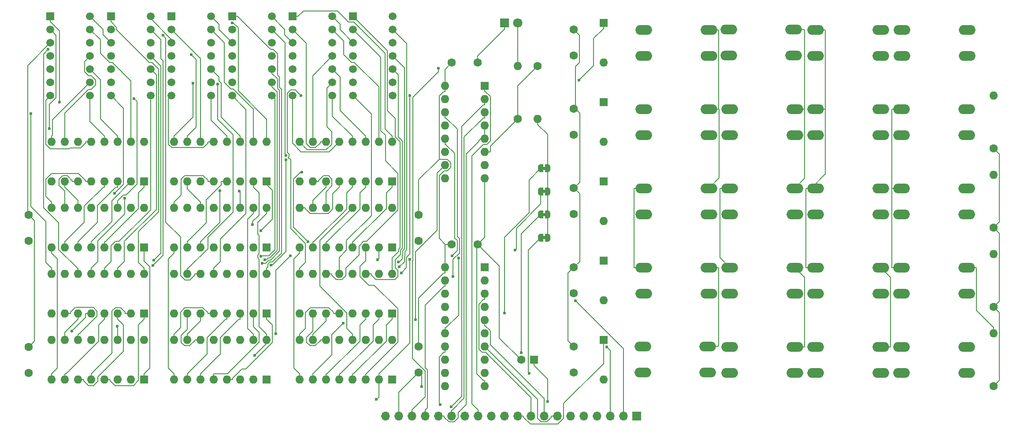
<source format=gbl>
G04 #@! TF.GenerationSoftware,KiCad,Pcbnew,8.0.9-8.0.9-0~ubuntu22.04.1*
G04 #@! TF.CreationDate,2025-05-11T08:50:37+10:00*
G04 #@! TF.ProjectId,Generic_Front_Panel,47656e65-7269-4635-9f46-726f6e745f50,rev?*
G04 #@! TF.SameCoordinates,Original*
G04 #@! TF.FileFunction,Copper,L2,Bot*
G04 #@! TF.FilePolarity,Positive*
%FSLAX46Y46*%
G04 Gerber Fmt 4.6, Leading zero omitted, Abs format (unit mm)*
G04 Created by KiCad (PCBNEW 8.0.9-8.0.9-0~ubuntu22.04.1) date 2025-05-11 08:50:37*
%MOMM*%
%LPD*%
G01*
G04 APERTURE LIST*
G04 Aperture macros list*
%AMFreePoly0*
4,1,19,0.500000,-0.750000,0.000000,-0.750000,0.000000,-0.744911,-0.071157,-0.744911,-0.207708,-0.704816,-0.327430,-0.627875,-0.420627,-0.520320,-0.479746,-0.390866,-0.500000,-0.250000,-0.500000,0.250000,-0.479746,0.390866,-0.420627,0.520320,-0.327430,0.627875,-0.207708,0.704816,-0.071157,0.744911,0.000000,0.744911,0.000000,0.750000,0.500000,0.750000,0.500000,-0.750000,0.500000,-0.750000,
$1*%
%AMFreePoly1*
4,1,19,0.000000,0.744911,0.071157,0.744911,0.207708,0.704816,0.327430,0.627875,0.420627,0.520320,0.479746,0.390866,0.500000,0.250000,0.500000,-0.250000,0.479746,-0.390866,0.420627,-0.520320,0.327430,-0.627875,0.207708,-0.704816,0.071157,-0.744911,0.000000,-0.744911,0.000000,-0.750000,-0.500000,-0.750000,-0.500000,0.750000,0.000000,0.750000,0.000000,0.744911,0.000000,0.744911,
$1*%
G04 Aperture macros list end*
G04 #@! TA.AperFunction,EtchedComponent*
%ADD10C,0.000000*%
G04 #@! TD*
G04 #@! TA.AperFunction,ComponentPad*
%ADD11O,3.200000X1.900000*%
G04 #@! TD*
G04 #@! TA.AperFunction,ComponentPad*
%ADD12R,1.500000X1.500000*%
G04 #@! TD*
G04 #@! TA.AperFunction,ComponentPad*
%ADD13C,1.500000*%
G04 #@! TD*
G04 #@! TA.AperFunction,ComponentPad*
%ADD14R,1.800000X1.800000*%
G04 #@! TD*
G04 #@! TA.AperFunction,ComponentPad*
%ADD15C,1.800000*%
G04 #@! TD*
G04 #@! TA.AperFunction,SMDPad,CuDef*
%ADD16FreePoly0,180.000000*%
G04 #@! TD*
G04 #@! TA.AperFunction,SMDPad,CuDef*
%ADD17FreePoly1,180.000000*%
G04 #@! TD*
G04 #@! TA.AperFunction,ComponentPad*
%ADD18R,1.600000X1.600000*%
G04 #@! TD*
G04 #@! TA.AperFunction,ComponentPad*
%ADD19O,1.600000X1.600000*%
G04 #@! TD*
G04 #@! TA.AperFunction,ComponentPad*
%ADD20C,1.600000*%
G04 #@! TD*
G04 #@! TA.AperFunction,ComponentPad*
%ADD21R,1.700000X1.700000*%
G04 #@! TD*
G04 #@! TA.AperFunction,ComponentPad*
%ADD22O,1.700000X1.700000*%
G04 #@! TD*
G04 #@! TA.AperFunction,ViaPad*
%ADD23C,0.600000*%
G04 #@! TD*
G04 #@! TA.AperFunction,Conductor*
%ADD24C,0.200000*%
G04 #@! TD*
G04 APERTURE END LIST*
D10*
G04 #@! TA.AperFunction,EtchedComponent*
G04 #@! TO.C,JP3*
G36*
X152665000Y-84755000D02*
G01*
X152165000Y-84755000D01*
X152165000Y-84155000D01*
X152665000Y-84155000D01*
X152665000Y-84755000D01*
G37*
G04 #@! TD.AperFunction*
G04 #@! TA.AperFunction,EtchedComponent*
G04 #@! TO.C,JP1*
G36*
X152665000Y-93645000D02*
G01*
X152165000Y-93645000D01*
X152165000Y-93045000D01*
X152665000Y-93045000D01*
X152665000Y-93645000D01*
G37*
G04 #@! TD.AperFunction*
G04 #@! TA.AperFunction,EtchedComponent*
G04 #@! TO.C,JP4*
G36*
X152665000Y-80310000D02*
G01*
X152165000Y-80310000D01*
X152165000Y-79710000D01*
X152665000Y-79710000D01*
X152665000Y-80310000D01*
G37*
G04 #@! TD.AperFunction*
G04 #@! TA.AperFunction,EtchedComponent*
G04 #@! TO.C,JP2*
G36*
X152665000Y-89200000D02*
G01*
X152165000Y-89200000D01*
X152165000Y-88600000D01*
X152665000Y-88600000D01*
X152665000Y-89200000D01*
G37*
G04 #@! TD.AperFunction*
G04 #@! TD*
D11*
G04 #@! TO.P,SW4,1,1*
G04 #@! TO.N,Net-(U14-I0a)*
X171550000Y-83860000D03*
X184050000Y-83860000D03*
G04 #@! TO.P,SW4,2,2*
G04 #@! TO.N,Net-(D4-A)*
X171550000Y-88860000D03*
X184050000Y-88860000D03*
G04 #@! TD*
G04 #@! TO.P,SW19,1,1*
G04 #@! TO.N,Net-(U14-I3a)*
X221080000Y-83860000D03*
X233580000Y-83860000D03*
G04 #@! TO.P,SW19,2,2*
G04 #@! TO.N,Net-(D4-A)*
X221080000Y-88860000D03*
X233580000Y-88860000D03*
G04 #@! TD*
D12*
G04 #@! TO.P,U11,1,A*
G04 #@! TO.N,Net-(RN5-R1.2)*
X104077500Y-50800000D03*
D13*
G04 #@! TO.P,U11,2,F*
G04 #@! TO.N,Net-(RN5-R6.2)*
X104077500Y-53340000D03*
G04 #@! TO.P,U11,3,CA*
G04 #@! TO.N,+5V*
X104077500Y-55880000D03*
G04 #@! TO.P,U11,4,NC*
G04 #@! TO.N,unconnected-(U11-NC-Pad4)*
X104077500Y-58420000D03*
G04 #@! TO.P,U11,5,NC*
G04 #@! TO.N,unconnected-(U11-NC-Pad5)*
X104077500Y-60960000D03*
G04 #@! TO.P,U11,6,NC*
G04 #@! TO.N,unconnected-(U11-NC-Pad6)*
X104077500Y-63500000D03*
G04 #@! TO.P,U11,7,E*
G04 #@! TO.N,Net-(RN5-R5.2)*
X104077500Y-66040000D03*
G04 #@! TO.P,U11,8,D*
G04 #@! TO.N,Net-(RN5-R4.2)*
X111697500Y-66040000D03*
G04 #@! TO.P,U11,9,D.P.*
G04 #@! TO.N,Net-(RN5-R8.2)*
X111697500Y-63500000D03*
G04 #@! TO.P,U11,10,C*
G04 #@! TO.N,Net-(RN5-R3.2)*
X111697500Y-60960000D03*
G04 #@! TO.P,U11,11,G*
G04 #@! TO.N,Net-(RN5-R7.2)*
X111697500Y-58420000D03*
G04 #@! TO.P,U11,12,NC*
G04 #@! TO.N,unconnected-(U11-NC-Pad12)*
X111697500Y-55880000D03*
G04 #@! TO.P,U11,13,B*
G04 #@! TO.N,Net-(RN5-R2.2)*
X111697500Y-53340000D03*
G04 #@! TO.P,U11,14,CA*
G04 #@! TO.N,+5V*
X111697500Y-50800000D03*
G04 #@! TD*
D11*
G04 #@! TO.P,SW18,1,1*
G04 #@! TO.N,Net-(U14-I3a)*
X221080000Y-99100000D03*
X233580000Y-99100000D03*
G04 #@! TO.P,SW18,2,2*
G04 #@! TO.N,Net-(D3-A)*
X221080000Y-104100000D03*
X233580000Y-104100000D03*
G04 #@! TD*
G04 #@! TO.P,SW15,1,1*
G04 #@! TO.N,Net-(U14-I2a)*
X204570000Y-68620000D03*
X217070000Y-68620000D03*
G04 #@! TO.P,SW15,2,2*
G04 #@! TO.N,Net-(D5-A)*
X204570000Y-73620000D03*
X217070000Y-73620000D03*
G04 #@! TD*
G04 #@! TO.P,SW14,1,1*
G04 #@! TO.N,Net-(U14-I2a)*
X204570000Y-83860000D03*
X217070000Y-83860000D03*
G04 #@! TO.P,SW14,2,2*
G04 #@! TO.N,Net-(D4-A)*
X204570000Y-88860000D03*
X217070000Y-88860000D03*
G04 #@! TD*
G04 #@! TO.P,SW8,1,1*
G04 #@! TO.N,Net-(U14-I1a)*
X188060000Y-99100000D03*
X200560000Y-99100000D03*
G04 #@! TO.P,SW8,2,2*
G04 #@! TO.N,Net-(D3-A)*
X188060000Y-104100000D03*
X200560000Y-104100000D03*
G04 #@! TD*
D12*
G04 #@! TO.P,U10,1,A*
G04 #@! TO.N,Net-(RN4-R1.2)*
X92442500Y-50800000D03*
D13*
G04 #@! TO.P,U10,2,F*
G04 #@! TO.N,Net-(RN4-R6.2)*
X92442500Y-53340000D03*
G04 #@! TO.P,U10,3,CA*
G04 #@! TO.N,+5V*
X92442500Y-55880000D03*
G04 #@! TO.P,U10,4,NC*
G04 #@! TO.N,unconnected-(U10-NC-Pad4)*
X92442500Y-58420000D03*
G04 #@! TO.P,U10,5,NC*
G04 #@! TO.N,unconnected-(U10-NC-Pad5)*
X92442500Y-60960000D03*
G04 #@! TO.P,U10,6,NC*
G04 #@! TO.N,unconnected-(U10-NC-Pad6)*
X92442500Y-63500000D03*
G04 #@! TO.P,U10,7,E*
G04 #@! TO.N,Net-(RN4-R5.2)*
X92442500Y-66040000D03*
G04 #@! TO.P,U10,8,D*
G04 #@! TO.N,Net-(RN4-R4.2)*
X100062500Y-66040000D03*
G04 #@! TO.P,U10,9,D.P.*
G04 #@! TO.N,Net-(RN4-R8.2)*
X100062500Y-63500000D03*
G04 #@! TO.P,U10,10,C*
G04 #@! TO.N,Net-(RN4-R3.2)*
X100062500Y-60960000D03*
G04 #@! TO.P,U10,11,G*
G04 #@! TO.N,Net-(RN4-R7.2)*
X100062500Y-58420000D03*
G04 #@! TO.P,U10,12,NC*
G04 #@! TO.N,unconnected-(U10-NC-Pad12)*
X100062500Y-55880000D03*
G04 #@! TO.P,U10,13,B*
G04 #@! TO.N,Net-(RN4-R2.2)*
X100062500Y-53340000D03*
G04 #@! TO.P,U10,14,CA*
G04 #@! TO.N,+5V*
X100062500Y-50800000D03*
G04 #@! TD*
D11*
G04 #@! TO.P,SW13,1,1*
G04 #@! TO.N,Net-(U14-I2a)*
X204570000Y-99100000D03*
X217070000Y-99100000D03*
G04 #@! TO.P,SW13,2,2*
G04 #@! TO.N,Net-(D3-A)*
X204570000Y-104100000D03*
X217070000Y-104100000D03*
G04 #@! TD*
D14*
G04 #@! TO.P,D1,1,K*
G04 #@! TO.N,GND*
X144775000Y-52070000D03*
D15*
G04 #@! TO.P,D1,2,A*
G04 #@! TO.N,Net-(D1-A)*
X147315000Y-52070000D03*
G04 #@! TD*
D11*
G04 #@! TO.P,SW11,1,1*
G04 #@! TO.N,Net-(U14-I1a)*
X187860000Y-53300000D03*
X200360000Y-53300000D03*
G04 #@! TO.P,SW11,2,2*
G04 #@! TO.N,Net-(D6-A)*
X187860000Y-58300000D03*
X200360000Y-58300000D03*
G04 #@! TD*
G04 #@! TO.P,SW17,1,1*
G04 #@! TO.N,Net-(U14-I3a)*
X221080000Y-114340000D03*
X233580000Y-114340000D03*
G04 #@! TO.P,SW17,2,2*
G04 #@! TO.N,Net-(D2-A)*
X221080000Y-119340000D03*
X233580000Y-119340000D03*
G04 #@! TD*
G04 #@! TO.P,SW2,1,1*
G04 #@! TO.N,Net-(U14-I0a)*
X171350000Y-114260000D03*
X183850000Y-114260000D03*
G04 #@! TO.P,SW2,2,2*
G04 #@! TO.N,Net-(D2-A)*
X171350000Y-119260000D03*
X183850000Y-119260000D03*
G04 #@! TD*
G04 #@! TO.P,SW1,1,1*
G04 #@! TO.N,GND*
X221180000Y-53420000D03*
X233680000Y-53420000D03*
G04 #@! TO.P,SW1,2,2*
G04 #@! TO.N,~{RESET}*
X221180000Y-58420000D03*
X233680000Y-58420000D03*
G04 #@! TD*
D12*
G04 #@! TO.P,U5,1,A*
G04 #@! TO.N,Net-(RN2-R1.2)*
X69172500Y-50800000D03*
D13*
G04 #@! TO.P,U5,2,F*
G04 #@! TO.N,Net-(RN2-R6.2)*
X69172500Y-53340000D03*
G04 #@! TO.P,U5,3,CA*
G04 #@! TO.N,+5V*
X69172500Y-55880000D03*
G04 #@! TO.P,U5,4,NC*
G04 #@! TO.N,unconnected-(U5-NC-Pad4)*
X69172500Y-58420000D03*
G04 #@! TO.P,U5,5,NC*
G04 #@! TO.N,unconnected-(U5-NC-Pad5)*
X69172500Y-60960000D03*
G04 #@! TO.P,U5,6,NC*
G04 #@! TO.N,unconnected-(U5-NC-Pad6)*
X69172500Y-63500000D03*
G04 #@! TO.P,U5,7,E*
G04 #@! TO.N,Net-(RN2-R5.2)*
X69172500Y-66040000D03*
G04 #@! TO.P,U5,8,D*
G04 #@! TO.N,Net-(RN2-R4.2)*
X76792500Y-66040000D03*
G04 #@! TO.P,U5,9,D.P.*
G04 #@! TO.N,Net-(RN2-R8.2)*
X76792500Y-63500000D03*
G04 #@! TO.P,U5,10,C*
G04 #@! TO.N,Net-(RN2-R3.2)*
X76792500Y-60960000D03*
G04 #@! TO.P,U5,11,G*
G04 #@! TO.N,Net-(RN2-R7.2)*
X76792500Y-58420000D03*
G04 #@! TO.P,U5,12,NC*
G04 #@! TO.N,unconnected-(U5-NC-Pad12)*
X76792500Y-55880000D03*
G04 #@! TO.P,U5,13,B*
G04 #@! TO.N,Net-(RN2-R2.2)*
X76792500Y-53340000D03*
G04 #@! TO.P,U5,14,CA*
G04 #@! TO.N,+5V*
X76792500Y-50800000D03*
G04 #@! TD*
D11*
G04 #@! TO.P,SW7,1,1*
G04 #@! TO.N,Net-(U14-I1a)*
X188060000Y-114340000D03*
X200560000Y-114340000D03*
G04 #@! TO.P,SW7,2,2*
G04 #@! TO.N,Net-(D2-A)*
X188060000Y-119340000D03*
X200560000Y-119340000D03*
G04 #@! TD*
G04 #@! TO.P,SW6,1,1*
G04 #@! TO.N,Net-(U14-I0a)*
X171550000Y-53380000D03*
X184050000Y-53380000D03*
G04 #@! TO.P,SW6,2,2*
G04 #@! TO.N,Net-(D6-A)*
X171550000Y-58380000D03*
X184050000Y-58380000D03*
G04 #@! TD*
G04 #@! TO.P,SW10,1,1*
G04 #@! TO.N,Net-(U14-I1a)*
X188060000Y-68620000D03*
X200560000Y-68620000D03*
G04 #@! TO.P,SW10,2,2*
G04 #@! TO.N,Net-(D5-A)*
X188060000Y-73620000D03*
X200560000Y-73620000D03*
G04 #@! TD*
G04 #@! TO.P,SW9,1,1*
G04 #@! TO.N,Net-(U14-I1a)*
X188060000Y-83860000D03*
X200560000Y-83860000D03*
G04 #@! TO.P,SW9,2,2*
G04 #@! TO.N,Net-(D4-A)*
X188060000Y-88860000D03*
X200560000Y-88860000D03*
G04 #@! TD*
D12*
G04 #@! TO.P,U12,1,A*
G04 #@! TO.N,Net-(RN6-R1.2)*
X115712500Y-50800000D03*
D13*
G04 #@! TO.P,U12,2,F*
G04 #@! TO.N,Net-(RN6-R6.2)*
X115712500Y-53340000D03*
G04 #@! TO.P,U12,3,CA*
G04 #@! TO.N,+5V*
X115712500Y-55880000D03*
G04 #@! TO.P,U12,4,NC*
G04 #@! TO.N,unconnected-(U12-NC-Pad4)*
X115712500Y-58420000D03*
G04 #@! TO.P,U12,5,NC*
G04 #@! TO.N,unconnected-(U12-NC-Pad5)*
X115712500Y-60960000D03*
G04 #@! TO.P,U12,6,NC*
G04 #@! TO.N,unconnected-(U12-NC-Pad6)*
X115712500Y-63500000D03*
G04 #@! TO.P,U12,7,E*
G04 #@! TO.N,Net-(RN6-R5.2)*
X115712500Y-66040000D03*
G04 #@! TO.P,U12,8,D*
G04 #@! TO.N,Net-(RN6-R4.2)*
X123332500Y-66040000D03*
G04 #@! TO.P,U12,9,D.P.*
G04 #@! TO.N,Net-(RN6-R8.2)*
X123332500Y-63500000D03*
G04 #@! TO.P,U12,10,C*
G04 #@! TO.N,Net-(RN6-R3.2)*
X123332500Y-60960000D03*
G04 #@! TO.P,U12,11,G*
G04 #@! TO.N,Net-(RN6-R7.2)*
X123332500Y-58420000D03*
G04 #@! TO.P,U12,12,NC*
G04 #@! TO.N,unconnected-(U12-NC-Pad12)*
X123332500Y-55880000D03*
G04 #@! TO.P,U12,13,B*
G04 #@! TO.N,Net-(RN6-R2.2)*
X123332500Y-53340000D03*
G04 #@! TO.P,U12,14,CA*
G04 #@! TO.N,+5V*
X123332500Y-50800000D03*
G04 #@! TD*
D11*
G04 #@! TO.P,SW5,1,1*
G04 #@! TO.N,Net-(U14-I0a)*
X171550000Y-68620000D03*
X184050000Y-68620000D03*
G04 #@! TO.P,SW5,2,2*
G04 #@! TO.N,Net-(D5-A)*
X171550000Y-73620000D03*
X184050000Y-73620000D03*
G04 #@! TD*
G04 #@! TO.P,SW16,1,1*
G04 #@! TO.N,Net-(U14-I2a)*
X204570000Y-53380000D03*
X217070000Y-53380000D03*
G04 #@! TO.P,SW16,2,2*
G04 #@! TO.N,Net-(D6-A)*
X204570000Y-58380000D03*
X217070000Y-58380000D03*
G04 #@! TD*
D12*
G04 #@! TO.P,U4,1,A*
G04 #@! TO.N,Net-(RN1-R1.2)*
X57537500Y-50800000D03*
D13*
G04 #@! TO.P,U4,2,F*
G04 #@! TO.N,Net-(RN1-R6.2)*
X57537500Y-53340000D03*
G04 #@! TO.P,U4,3,CA*
G04 #@! TO.N,+5V*
X57537500Y-55880000D03*
G04 #@! TO.P,U4,4,NC*
G04 #@! TO.N,unconnected-(U4-NC-Pad4)*
X57537500Y-58420000D03*
G04 #@! TO.P,U4,5,NC*
G04 #@! TO.N,unconnected-(U4-NC-Pad5)*
X57537500Y-60960000D03*
G04 #@! TO.P,U4,6,NC*
G04 #@! TO.N,unconnected-(U4-NC-Pad6)*
X57537500Y-63500000D03*
G04 #@! TO.P,U4,7,E*
G04 #@! TO.N,Net-(RN1-R5.2)*
X57537500Y-66040000D03*
G04 #@! TO.P,U4,8,D*
G04 #@! TO.N,Net-(RN1-R4.2)*
X65157500Y-66040000D03*
G04 #@! TO.P,U4,9,D.P.*
G04 #@! TO.N,Net-(RN1-R8.2)*
X65157500Y-63500000D03*
G04 #@! TO.P,U4,10,C*
G04 #@! TO.N,Net-(RN1-R3.2)*
X65157500Y-60960000D03*
G04 #@! TO.P,U4,11,G*
G04 #@! TO.N,Net-(RN1-R7.2)*
X65157500Y-58420000D03*
G04 #@! TO.P,U4,12,NC*
G04 #@! TO.N,unconnected-(U4-NC-Pad12)*
X65157500Y-55880000D03*
G04 #@! TO.P,U4,13,B*
G04 #@! TO.N,Net-(RN1-R2.2)*
X65157500Y-53340000D03*
G04 #@! TO.P,U4,14,CA*
G04 #@! TO.N,+5V*
X65157500Y-50800000D03*
G04 #@! TD*
D11*
G04 #@! TO.P,SW3,1,1*
G04 #@! TO.N,Net-(U14-I0a)*
X171550000Y-99100000D03*
X184050000Y-99100000D03*
G04 #@! TO.P,SW3,2,2*
G04 #@! TO.N,Net-(D3-A)*
X171550000Y-104100000D03*
X184050000Y-104100000D03*
G04 #@! TD*
G04 #@! TO.P,SW20,1,1*
G04 #@! TO.N,Net-(U14-I3a)*
X221080000Y-68620000D03*
X233580000Y-68620000D03*
G04 #@! TO.P,SW20,2,2*
G04 #@! TO.N,Net-(D5-A)*
X221080000Y-73620000D03*
X233580000Y-73620000D03*
G04 #@! TD*
D12*
G04 #@! TO.P,U6,1,A*
G04 #@! TO.N,Net-(RN3-R1.2)*
X80807500Y-50800000D03*
D13*
G04 #@! TO.P,U6,2,F*
G04 #@! TO.N,Net-(RN3-R6.2)*
X80807500Y-53340000D03*
G04 #@! TO.P,U6,3,CA*
G04 #@! TO.N,+5V*
X80807500Y-55880000D03*
G04 #@! TO.P,U6,4,NC*
G04 #@! TO.N,unconnected-(U6-NC-Pad4)*
X80807500Y-58420000D03*
G04 #@! TO.P,U6,5,NC*
G04 #@! TO.N,unconnected-(U6-NC-Pad5)*
X80807500Y-60960000D03*
G04 #@! TO.P,U6,6,NC*
G04 #@! TO.N,unconnected-(U6-NC-Pad6)*
X80807500Y-63500000D03*
G04 #@! TO.P,U6,7,E*
G04 #@! TO.N,Net-(RN3-R5.2)*
X80807500Y-66040000D03*
G04 #@! TO.P,U6,8,D*
G04 #@! TO.N,Net-(RN3-R4.2)*
X88427500Y-66040000D03*
G04 #@! TO.P,U6,9,D.P.*
G04 #@! TO.N,Net-(RN3-R8.2)*
X88427500Y-63500000D03*
G04 #@! TO.P,U6,10,C*
G04 #@! TO.N,Net-(RN3-R3.2)*
X88427500Y-60960000D03*
G04 #@! TO.P,U6,11,G*
G04 #@! TO.N,Net-(RN3-R7.2)*
X88427500Y-58420000D03*
G04 #@! TO.P,U6,12,NC*
G04 #@! TO.N,unconnected-(U6-NC-Pad12)*
X88427500Y-55880000D03*
G04 #@! TO.P,U6,13,B*
G04 #@! TO.N,Net-(RN3-R2.2)*
X88427500Y-53340000D03*
G04 #@! TO.P,U6,14,CA*
G04 #@! TO.N,+5V*
X88427500Y-50800000D03*
G04 #@! TD*
D11*
G04 #@! TO.P,SW12,1,1*
G04 #@! TO.N,Net-(U14-I2a)*
X204570000Y-114340000D03*
X217070000Y-114340000D03*
G04 #@! TO.P,SW12,2,2*
G04 #@! TO.N,Net-(D2-A)*
X204570000Y-119340000D03*
X217070000Y-119340000D03*
G04 #@! TD*
D16*
G04 #@! TO.P,JP3,1,A*
G04 #@! TO.N,Net-(JP1-A)*
X153065000Y-84455000D03*
D17*
G04 #@! TO.P,JP3,2,B*
G04 #@! TO.N,Net-(JP3-B)*
X151765000Y-84455000D03*
G04 #@! TD*
D18*
G04 #@! TO.P,RN6,1,R1.1*
G04 #@! TO.N,Net-(RN6-R1.1)*
X123175000Y-107950000D03*
D19*
G04 #@! TO.P,RN6,2,R2.1*
G04 #@! TO.N,Net-(RN6-R2.1)*
X120635000Y-107950000D03*
G04 #@! TO.P,RN6,3,R3.1*
G04 #@! TO.N,Net-(RN6-R3.1)*
X118095000Y-107950000D03*
G04 #@! TO.P,RN6,4,R4.1*
G04 #@! TO.N,Net-(RN6-R4.1)*
X115555000Y-107950000D03*
G04 #@! TO.P,RN6,5,R5.1*
G04 #@! TO.N,Net-(RN6-R5.1)*
X113015000Y-107950000D03*
G04 #@! TO.P,RN6,6,R6.1*
G04 #@! TO.N,Net-(RN6-R6.1)*
X110475000Y-107950000D03*
G04 #@! TO.P,RN6,7,R7.1*
G04 #@! TO.N,Net-(RN6-R7.1)*
X107935000Y-107950000D03*
G04 #@! TO.P,RN6,8,R8.1*
G04 #@! TO.N,Net-(RN6-R8.1)*
X105395000Y-107950000D03*
G04 #@! TO.P,RN6,9,R8.2*
G04 #@! TO.N,Net-(RN6-R8.2)*
X105395000Y-100330000D03*
G04 #@! TO.P,RN6,10,R7.2*
G04 #@! TO.N,Net-(RN6-R7.2)*
X107935000Y-100330000D03*
G04 #@! TO.P,RN6,11,R6.2*
G04 #@! TO.N,Net-(RN6-R6.2)*
X110475000Y-100330000D03*
G04 #@! TO.P,RN6,12,R5.2*
G04 #@! TO.N,Net-(RN6-R5.2)*
X113015000Y-100330000D03*
G04 #@! TO.P,RN6,13,R4.2*
G04 #@! TO.N,Net-(RN6-R4.2)*
X115555000Y-100330000D03*
G04 #@! TO.P,RN6,14,R3.2*
G04 #@! TO.N,Net-(RN6-R3.2)*
X118095000Y-100330000D03*
G04 #@! TO.P,RN6,15,R2.2*
G04 #@! TO.N,Net-(RN6-R2.2)*
X120635000Y-100330000D03*
G04 #@! TO.P,RN6,16,R1.2*
G04 #@! TO.N,Net-(RN6-R1.2)*
X123175000Y-100330000D03*
G04 #@! TD*
D18*
G04 #@! TO.P,U2,1,A0*
G04 #@! TO.N,A0*
X75565000Y-120650000D03*
D19*
G04 #@! TO.P,U2,2,A1*
G04 #@! TO.N,A1*
X73025000Y-120650000D03*
G04 #@! TO.P,U2,3,A2*
G04 #@! TO.N,A2*
X70485000Y-120650000D03*
G04 #@! TO.P,U2,4,Q0*
G04 #@! TO.N,Net-(RN2-R1.1)*
X67945000Y-120650000D03*
G04 #@! TO.P,U2,5,Q1*
G04 #@! TO.N,Net-(RN2-R2.1)*
X65405000Y-120650000D03*
G04 #@! TO.P,U2,6,Q2*
G04 #@! TO.N,Net-(RN2-R3.1)*
X62865000Y-120650000D03*
G04 #@! TO.P,U2,7,Q3*
G04 #@! TO.N,Net-(RN2-R4.1)*
X60325000Y-120650000D03*
G04 #@! TO.P,U2,8,GND*
G04 #@! TO.N,GND*
X57785000Y-120650000D03*
G04 #@! TO.P,U2,9,Q4*
G04 #@! TO.N,Net-(RN2-R5.1)*
X57785000Y-113030000D03*
G04 #@! TO.P,U2,10,Q5*
G04 #@! TO.N,Net-(RN2-R6.1)*
X60325000Y-113030000D03*
G04 #@! TO.P,U2,11,Q6*
G04 #@! TO.N,Net-(RN2-R7.1)*
X62865000Y-113030000D03*
G04 #@! TO.P,U2,12,Q7*
G04 #@! TO.N,Net-(RN2-R8.1)*
X65405000Y-113030000D03*
G04 #@! TO.P,U2,13,D*
G04 #@! TO.N,D0*
X67945000Y-113030000D03*
G04 #@! TO.P,U2,14,E*
G04 #@! TO.N,~{DISP2}*
X70485000Y-113030000D03*
G04 #@! TO.P,U2,15,Clr*
G04 #@! TO.N,~{SET_ALL}*
X73025000Y-113030000D03*
G04 #@! TO.P,U2,16,VCC*
G04 #@! TO.N,+5V*
X75565000Y-113030000D03*
G04 #@! TD*
D20*
G04 #@! TO.P,C7,1*
G04 #@! TO.N,Net-(D3-A)*
X158115000Y-104060000D03*
G04 #@! TO.P,C7,2*
G04 #@! TO.N,GND*
X158115000Y-99060000D03*
G04 #@! TD*
D18*
G04 #@! TO.P,RN2,1,R1.1*
G04 #@! TO.N,Net-(RN2-R1.1)*
X75565000Y-107950000D03*
D19*
G04 #@! TO.P,RN2,2,R2.1*
G04 #@! TO.N,Net-(RN2-R2.1)*
X73025000Y-107950000D03*
G04 #@! TO.P,RN2,3,R3.1*
G04 #@! TO.N,Net-(RN2-R3.1)*
X70485000Y-107950000D03*
G04 #@! TO.P,RN2,4,R4.1*
G04 #@! TO.N,Net-(RN2-R4.1)*
X67945000Y-107950000D03*
G04 #@! TO.P,RN2,5,R5.1*
G04 #@! TO.N,Net-(RN2-R5.1)*
X65405000Y-107950000D03*
G04 #@! TO.P,RN2,6,R6.1*
G04 #@! TO.N,Net-(RN2-R6.1)*
X62865000Y-107950000D03*
G04 #@! TO.P,RN2,7,R7.1*
G04 #@! TO.N,Net-(RN2-R7.1)*
X60325000Y-107950000D03*
G04 #@! TO.P,RN2,8,R8.1*
G04 #@! TO.N,Net-(RN2-R8.1)*
X57785000Y-107950000D03*
G04 #@! TO.P,RN2,9,R8.2*
G04 #@! TO.N,Net-(RN2-R8.2)*
X57785000Y-100330000D03*
G04 #@! TO.P,RN2,10,R7.2*
G04 #@! TO.N,Net-(RN2-R7.2)*
X60325000Y-100330000D03*
G04 #@! TO.P,RN2,11,R6.2*
G04 #@! TO.N,Net-(RN2-R6.2)*
X62865000Y-100330000D03*
G04 #@! TO.P,RN2,12,R5.2*
G04 #@! TO.N,Net-(RN2-R5.2)*
X65405000Y-100330000D03*
G04 #@! TO.P,RN2,13,R4.2*
G04 #@! TO.N,Net-(RN2-R4.2)*
X67945000Y-100330000D03*
G04 #@! TO.P,RN2,14,R3.2*
G04 #@! TO.N,Net-(RN2-R3.2)*
X70485000Y-100330000D03*
G04 #@! TO.P,RN2,15,R2.2*
G04 #@! TO.N,Net-(RN2-R2.2)*
X73025000Y-100330000D03*
G04 #@! TO.P,RN2,16,R1.2*
G04 #@! TO.N,Net-(RN2-R1.2)*
X75565000Y-100330000D03*
G04 #@! TD*
D18*
G04 #@! TO.P,U9,1,A0*
G04 #@! TO.N,A0*
X123175000Y-120650000D03*
D19*
G04 #@! TO.P,U9,2,A1*
G04 #@! TO.N,A1*
X120635000Y-120650000D03*
G04 #@! TO.P,U9,3,A2*
G04 #@! TO.N,A2*
X118095000Y-120650000D03*
G04 #@! TO.P,U9,4,Q0*
G04 #@! TO.N,Net-(RN6-R1.1)*
X115555000Y-120650000D03*
G04 #@! TO.P,U9,5,Q1*
G04 #@! TO.N,Net-(RN6-R2.1)*
X113015000Y-120650000D03*
G04 #@! TO.P,U9,6,Q2*
G04 #@! TO.N,Net-(RN6-R3.1)*
X110475000Y-120650000D03*
G04 #@! TO.P,U9,7,Q3*
G04 #@! TO.N,Net-(RN6-R4.1)*
X107935000Y-120650000D03*
G04 #@! TO.P,U9,8,GND*
G04 #@! TO.N,GND*
X105395000Y-120650000D03*
G04 #@! TO.P,U9,9,Q4*
G04 #@! TO.N,Net-(RN6-R5.1)*
X105395000Y-113030000D03*
G04 #@! TO.P,U9,10,Q5*
G04 #@! TO.N,Net-(RN6-R6.1)*
X107935000Y-113030000D03*
G04 #@! TO.P,U9,11,Q6*
G04 #@! TO.N,Net-(RN6-R7.1)*
X110475000Y-113030000D03*
G04 #@! TO.P,U9,12,Q7*
G04 #@! TO.N,Net-(RN6-R8.1)*
X113015000Y-113030000D03*
G04 #@! TO.P,U9,13,D*
G04 #@! TO.N,D0*
X115555000Y-113030000D03*
G04 #@! TO.P,U9,14,E*
G04 #@! TO.N,~{DISP6}*
X118095000Y-113030000D03*
G04 #@! TO.P,U9,15,Clr*
G04 #@! TO.N,~{SET_ALL}*
X120635000Y-113030000D03*
G04 #@! TO.P,U9,16,VCC*
G04 #@! TO.N,+5V*
X123175000Y-113030000D03*
G04 #@! TD*
D20*
G04 #@! TO.P,C3,1*
G04 #@! TO.N,+5V*
X128270000Y-88940000D03*
G04 #@! TO.P,C3,2*
G04 #@! TO.N,GND*
X128270000Y-93940000D03*
G04 #@! TD*
D18*
G04 #@! TO.P,D6,1,K*
G04 #@! TO.N,A4*
X163830000Y-52070000D03*
D19*
G04 #@! TO.P,D6,2,A*
G04 #@! TO.N,Net-(D6-A)*
X163830000Y-59690000D03*
G04 #@! TD*
D16*
G04 #@! TO.P,JP1,1,A*
G04 #@! TO.N,Net-(JP1-A)*
X153065000Y-93345000D03*
D17*
G04 #@! TO.P,JP1,2,B*
G04 #@! TO.N,Net-(JP1-B)*
X151765000Y-93345000D03*
G04 #@! TD*
D21*
G04 #@! TO.P,J1,1,Pin_1*
G04 #@! TO.N,+5V*
X170180000Y-127635000D03*
D22*
G04 #@! TO.P,J1,2,Pin_2*
G04 #@! TO.N,D0*
X167640000Y-127635000D03*
G04 #@! TO.P,J1,3,Pin_3*
G04 #@! TO.N,D1*
X165100000Y-127635000D03*
G04 #@! TO.P,J1,4,Pin_4*
G04 #@! TO.N,D2*
X162560000Y-127635000D03*
G04 #@! TO.P,J1,5,Pin_5*
G04 #@! TO.N,D3*
X160020000Y-127635000D03*
G04 #@! TO.P,J1,6,Pin_6*
G04 #@! TO.N,D4*
X157480000Y-127635000D03*
G04 #@! TO.P,J1,7,Pin_7*
G04 #@! TO.N,D5*
X154940000Y-127635000D03*
G04 #@! TO.P,J1,8,Pin_8*
G04 #@! TO.N,D6*
X152400000Y-127635000D03*
G04 #@! TO.P,J1,9,Pin_9*
G04 #@! TO.N,D7*
X149860000Y-127635000D03*
G04 #@! TO.P,J1,10,Pin_10*
G04 #@! TO.N,A0*
X147320000Y-127635000D03*
G04 #@! TO.P,J1,11,Pin_11*
G04 #@! TO.N,A1*
X144780000Y-127635000D03*
G04 #@! TO.P,J1,12,Pin_12*
G04 #@! TO.N,A2*
X142240000Y-127635000D03*
G04 #@! TO.P,J1,13,Pin_13*
G04 #@! TO.N,A3*
X139700000Y-127635000D03*
G04 #@! TO.P,J1,14,Pin_14*
G04 #@! TO.N,A4*
X137160000Y-127635000D03*
G04 #@! TO.P,J1,15,Pin_15*
G04 #@! TO.N,A5*
X134620000Y-127635000D03*
G04 #@! TO.P,J1,16,Pin_16*
G04 #@! TO.N,~{SEL_DISPLAY}*
X132080000Y-127635000D03*
G04 #@! TO.P,J1,17,Pin_17*
G04 #@! TO.N,~{SEL_KEYPAD}*
X129540000Y-127635000D03*
G04 #@! TO.P,J1,18,Pin_18*
G04 #@! TO.N,~{RESET}*
X127000000Y-127635000D03*
G04 #@! TO.P,J1,19,Pin_19*
G04 #@! TO.N,GND*
X124460000Y-127635000D03*
G04 #@! TO.P,J1,20,Pin_20*
X121920000Y-127635000D03*
G04 #@! TD*
D18*
G04 #@! TO.P,U8,1,A0*
G04 #@! TO.N,A0*
X123190000Y-95240000D03*
D19*
G04 #@! TO.P,U8,2,A1*
G04 #@! TO.N,A1*
X120650000Y-95240000D03*
G04 #@! TO.P,U8,3,A2*
G04 #@! TO.N,A2*
X118110000Y-95240000D03*
G04 #@! TO.P,U8,4,Q0*
G04 #@! TO.N,Net-(RN5-R1.1)*
X115570000Y-95240000D03*
G04 #@! TO.P,U8,5,Q1*
G04 #@! TO.N,Net-(RN5-R2.1)*
X113030000Y-95240000D03*
G04 #@! TO.P,U8,6,Q2*
G04 #@! TO.N,Net-(RN5-R3.1)*
X110490000Y-95240000D03*
G04 #@! TO.P,U8,7,Q3*
G04 #@! TO.N,Net-(RN5-R4.1)*
X107950000Y-95240000D03*
G04 #@! TO.P,U8,8,GND*
G04 #@! TO.N,GND*
X105410000Y-95240000D03*
G04 #@! TO.P,U8,9,Q4*
G04 #@! TO.N,Net-(RN5-R5.1)*
X105410000Y-87620000D03*
G04 #@! TO.P,U8,10,Q5*
G04 #@! TO.N,Net-(RN5-R6.1)*
X107950000Y-87620000D03*
G04 #@! TO.P,U8,11,Q6*
G04 #@! TO.N,Net-(RN5-R7.1)*
X110490000Y-87620000D03*
G04 #@! TO.P,U8,12,Q7*
G04 #@! TO.N,Net-(RN5-R8.1)*
X113030000Y-87620000D03*
G04 #@! TO.P,U8,13,D*
G04 #@! TO.N,D0*
X115570000Y-87620000D03*
G04 #@! TO.P,U8,14,E*
G04 #@! TO.N,~{DISP5}*
X118110000Y-87620000D03*
G04 #@! TO.P,U8,15,Clr*
G04 #@! TO.N,~{SET_ALL}*
X120650000Y-87620000D03*
G04 #@! TO.P,U8,16,VCC*
G04 #@! TO.N,+5V*
X123190000Y-87620000D03*
G04 #@! TD*
D18*
G04 #@! TO.P,RN1,1,R1.1*
G04 #@! TO.N,Net-(RN1-R1.1)*
X75565000Y-82550000D03*
D19*
G04 #@! TO.P,RN1,2,R2.1*
G04 #@! TO.N,Net-(RN1-R2.1)*
X73025000Y-82550000D03*
G04 #@! TO.P,RN1,3,R3.1*
G04 #@! TO.N,Net-(RN1-R3.1)*
X70485000Y-82550000D03*
G04 #@! TO.P,RN1,4,R4.1*
G04 #@! TO.N,Net-(RN1-R4.1)*
X67945000Y-82550000D03*
G04 #@! TO.P,RN1,5,R5.1*
G04 #@! TO.N,Net-(RN1-R5.1)*
X65405000Y-82550000D03*
G04 #@! TO.P,RN1,6,R6.1*
G04 #@! TO.N,Net-(RN1-R6.1)*
X62865000Y-82550000D03*
G04 #@! TO.P,RN1,7,R7.1*
G04 #@! TO.N,Net-(RN1-R7.1)*
X60325000Y-82550000D03*
G04 #@! TO.P,RN1,8,R8.1*
G04 #@! TO.N,Net-(RN1-R8.1)*
X57785000Y-82550000D03*
G04 #@! TO.P,RN1,9,R8.2*
G04 #@! TO.N,Net-(RN1-R8.2)*
X57785000Y-74930000D03*
G04 #@! TO.P,RN1,10,R7.2*
G04 #@! TO.N,Net-(RN1-R7.2)*
X60325000Y-74930000D03*
G04 #@! TO.P,RN1,11,R6.2*
G04 #@! TO.N,Net-(RN1-R6.2)*
X62865000Y-74930000D03*
G04 #@! TO.P,RN1,12,R5.2*
G04 #@! TO.N,Net-(RN1-R5.2)*
X65405000Y-74930000D03*
G04 #@! TO.P,RN1,13,R4.2*
G04 #@! TO.N,Net-(RN1-R4.2)*
X67945000Y-74930000D03*
G04 #@! TO.P,RN1,14,R3.2*
G04 #@! TO.N,Net-(RN1-R3.2)*
X70485000Y-74930000D03*
G04 #@! TO.P,RN1,15,R2.2*
G04 #@! TO.N,Net-(RN1-R2.2)*
X73025000Y-74930000D03*
G04 #@! TO.P,RN1,16,R1.2*
G04 #@! TO.N,Net-(RN1-R1.2)*
X75565000Y-74930000D03*
G04 #@! TD*
D20*
G04 #@! TO.P,C10,1*
G04 #@! TO.N,Net-(D6-A)*
X158115000Y-58340000D03*
G04 #@! TO.P,C10,2*
G04 #@! TO.N,GND*
X158115000Y-53340000D03*
G04 #@! TD*
D18*
G04 #@! TO.P,U7,1,A0*
G04 #@! TO.N,A0*
X99060000Y-120650000D03*
D19*
G04 #@! TO.P,U7,2,A1*
G04 #@! TO.N,A1*
X96520000Y-120650000D03*
G04 #@! TO.P,U7,3,A2*
G04 #@! TO.N,A2*
X93980000Y-120650000D03*
G04 #@! TO.P,U7,4,Q0*
G04 #@! TO.N,Net-(RN4-R1.1)*
X91440000Y-120650000D03*
G04 #@! TO.P,U7,5,Q1*
G04 #@! TO.N,Net-(RN4-R2.1)*
X88900000Y-120650000D03*
G04 #@! TO.P,U7,6,Q2*
G04 #@! TO.N,Net-(RN4-R3.1)*
X86360000Y-120650000D03*
G04 #@! TO.P,U7,7,Q3*
G04 #@! TO.N,Net-(RN4-R4.1)*
X83820000Y-120650000D03*
G04 #@! TO.P,U7,8,GND*
G04 #@! TO.N,GND*
X81280000Y-120650000D03*
G04 #@! TO.P,U7,9,Q4*
G04 #@! TO.N,Net-(RN4-R5.1)*
X81280000Y-113030000D03*
G04 #@! TO.P,U7,10,Q5*
G04 #@! TO.N,Net-(RN4-R6.1)*
X83820000Y-113030000D03*
G04 #@! TO.P,U7,11,Q6*
G04 #@! TO.N,Net-(RN4-R7.1)*
X86360000Y-113030000D03*
G04 #@! TO.P,U7,12,Q7*
G04 #@! TO.N,Net-(RN4-R8.1)*
X88900000Y-113030000D03*
G04 #@! TO.P,U7,13,D*
G04 #@! TO.N,D0*
X91440000Y-113030000D03*
G04 #@! TO.P,U7,14,E*
G04 #@! TO.N,~{DISP4}*
X93980000Y-113030000D03*
G04 #@! TO.P,U7,15,Clr*
G04 #@! TO.N,~{SET_ALL}*
X96520000Y-113030000D03*
G04 #@! TO.P,U7,16,VCC*
G04 #@! TO.N,+5V*
X99060000Y-113030000D03*
G04 #@! TD*
D18*
G04 #@! TO.P,U14,1,OEa*
G04 #@! TO.N,~{SEL_KEYPAD}*
X140970000Y-99060000D03*
D19*
G04 #@! TO.P,U14,2,I0a*
G04 #@! TO.N,Net-(U14-I0a)*
X140970000Y-101600000D03*
G04 #@! TO.P,U14,3,O3b*
G04 #@! TO.N,D7*
X140970000Y-104140000D03*
G04 #@! TO.P,U14,4,I1a*
G04 #@! TO.N,Net-(U14-I1a)*
X140970000Y-106680000D03*
G04 #@! TO.P,U14,5,O2b*
G04 #@! TO.N,D6*
X140970000Y-109220000D03*
G04 #@! TO.P,U14,6,I2a*
G04 #@! TO.N,Net-(U14-I2a)*
X140970000Y-111760000D03*
G04 #@! TO.P,U14,7,O1b*
G04 #@! TO.N,D5*
X140970000Y-114300000D03*
G04 #@! TO.P,U14,8,I3a*
G04 #@! TO.N,Net-(U14-I3a)*
X140970000Y-116840000D03*
G04 #@! TO.P,U14,9,O0b*
G04 #@! TO.N,D4*
X140970000Y-119380000D03*
G04 #@! TO.P,U14,10,GND*
G04 #@! TO.N,GND*
X140970000Y-121920000D03*
G04 #@! TO.P,U14,11,I0b*
G04 #@! TO.N,Net-(JP1-B)*
X133350000Y-121920000D03*
G04 #@! TO.P,U14,12,O3a*
G04 #@! TO.N,D3*
X133350000Y-119380000D03*
G04 #@! TO.P,U14,13,I1b*
G04 #@! TO.N,Net-(JP2-B)*
X133350000Y-116840000D03*
G04 #@! TO.P,U14,14,O2a*
G04 #@! TO.N,D2*
X133350000Y-114300000D03*
G04 #@! TO.P,U14,15,I2b*
G04 #@! TO.N,Net-(JP3-B)*
X133350000Y-111760000D03*
G04 #@! TO.P,U14,16,O1a*
G04 #@! TO.N,D1*
X133350000Y-109220000D03*
G04 #@! TO.P,U14,17,I3b*
G04 #@! TO.N,Net-(JP4-B)*
X133350000Y-106680000D03*
G04 #@! TO.P,U14,18,O0a*
G04 #@! TO.N,D0*
X133350000Y-104140000D03*
G04 #@! TO.P,U14,19,OEb*
G04 #@! TO.N,~{SEL_KEYPAD}*
X133350000Y-101600000D03*
G04 #@! TO.P,U14,20,VCC*
G04 #@! TO.N,+5V*
X133350000Y-99060000D03*
G04 #@! TD*
D20*
G04 #@! TO.P,R4,1*
G04 #@! TO.N,+5V*
X238760000Y-106680000D03*
D19*
G04 #@! TO.P,R4,2*
G04 #@! TO.N,Net-(U14-I2a)*
X238760000Y-96520000D03*
G04 #@! TD*
D20*
G04 #@! TO.P,C11,1*
G04 #@! TO.N,+5V*
X134620000Y-94615000D03*
G04 #@! TO.P,C11,2*
G04 #@! TO.N,GND*
X139620000Y-94615000D03*
G04 #@! TD*
D18*
G04 #@! TO.P,D2,1,K*
G04 #@! TO.N,A0*
X163830000Y-113030000D03*
D19*
G04 #@! TO.P,D2,2,A*
G04 #@! TO.N,Net-(D2-A)*
X163830000Y-120650000D03*
G04 #@! TD*
D18*
G04 #@! TO.P,D5,1,K*
G04 #@! TO.N,A3*
X163830000Y-67310000D03*
D19*
G04 #@! TO.P,D5,2,A*
G04 #@! TO.N,Net-(D5-A)*
X163830000Y-74930000D03*
G04 #@! TD*
D20*
G04 #@! TO.P,R6,1*
G04 #@! TO.N,+5V*
X151130000Y-60325000D03*
D19*
G04 #@! TO.P,R6,2*
G04 #@! TO.N,Net-(JP1-A)*
X151130000Y-70485000D03*
G04 #@! TD*
D20*
G04 #@! TO.P,C2,1*
G04 #@! TO.N,+5V*
X53340000Y-114380000D03*
G04 #@! TO.P,C2,2*
G04 #@! TO.N,GND*
X53340000Y-119380000D03*
G04 #@! TD*
D18*
G04 #@! TO.P,D4,1,K*
G04 #@! TO.N,A2*
X163830000Y-82550000D03*
D19*
G04 #@! TO.P,D4,2,A*
G04 #@! TO.N,Net-(D4-A)*
X163830000Y-90170000D03*
G04 #@! TD*
D20*
G04 #@! TO.P,C5,1*
G04 #@! TO.N,+5V*
X134660000Y-59690000D03*
G04 #@! TO.P,C5,2*
G04 #@! TO.N,GND*
X139660000Y-59690000D03*
G04 #@! TD*
D18*
G04 #@! TO.P,U1,1,A0*
G04 #@! TO.N,A0*
X75565000Y-95250000D03*
D19*
G04 #@! TO.P,U1,2,A1*
G04 #@! TO.N,A1*
X73025000Y-95250000D03*
G04 #@! TO.P,U1,3,A2*
G04 #@! TO.N,A2*
X70485000Y-95250000D03*
G04 #@! TO.P,U1,4,Q0*
G04 #@! TO.N,Net-(RN1-R1.1)*
X67945000Y-95250000D03*
G04 #@! TO.P,U1,5,Q1*
G04 #@! TO.N,Net-(RN1-R2.1)*
X65405000Y-95250000D03*
G04 #@! TO.P,U1,6,Q2*
G04 #@! TO.N,Net-(RN1-R3.1)*
X62865000Y-95250000D03*
G04 #@! TO.P,U1,7,Q3*
G04 #@! TO.N,Net-(RN1-R4.1)*
X60325000Y-95250000D03*
G04 #@! TO.P,U1,8,GND*
G04 #@! TO.N,GND*
X57785000Y-95250000D03*
G04 #@! TO.P,U1,9,Q4*
G04 #@! TO.N,Net-(RN1-R5.1)*
X57785000Y-87630000D03*
G04 #@! TO.P,U1,10,Q5*
G04 #@! TO.N,Net-(RN1-R6.1)*
X60325000Y-87630000D03*
G04 #@! TO.P,U1,11,Q6*
G04 #@! TO.N,Net-(RN1-R7.1)*
X62865000Y-87630000D03*
G04 #@! TO.P,U1,12,Q7*
G04 #@! TO.N,Net-(RN1-R8.1)*
X65405000Y-87630000D03*
G04 #@! TO.P,U1,13,D*
G04 #@! TO.N,D0*
X67945000Y-87630000D03*
G04 #@! TO.P,U1,14,E*
G04 #@! TO.N,~{DISP1}*
X70485000Y-87630000D03*
G04 #@! TO.P,U1,15,Clr*
G04 #@! TO.N,~{SET_ALL}*
X73025000Y-87630000D03*
G04 #@! TO.P,U1,16,VCC*
G04 #@! TO.N,+5V*
X75565000Y-87630000D03*
G04 #@! TD*
D18*
G04 #@! TO.P,RN3,1,R1.1*
G04 #@! TO.N,Net-(RN3-R1.1)*
X99075000Y-82550000D03*
D19*
G04 #@! TO.P,RN3,2,R2.1*
G04 #@! TO.N,Net-(RN3-R2.1)*
X96535000Y-82550000D03*
G04 #@! TO.P,RN3,3,R3.1*
G04 #@! TO.N,Net-(RN3-R3.1)*
X93995000Y-82550000D03*
G04 #@! TO.P,RN3,4,R4.1*
G04 #@! TO.N,Net-(RN3-R4.1)*
X91455000Y-82550000D03*
G04 #@! TO.P,RN3,5,R5.1*
G04 #@! TO.N,Net-(RN3-R5.1)*
X88915000Y-82550000D03*
G04 #@! TO.P,RN3,6,R6.1*
G04 #@! TO.N,Net-(RN3-R6.1)*
X86375000Y-82550000D03*
G04 #@! TO.P,RN3,7,R7.1*
G04 #@! TO.N,Net-(RN3-R7.1)*
X83835000Y-82550000D03*
G04 #@! TO.P,RN3,8,R8.1*
G04 #@! TO.N,Net-(RN3-R8.1)*
X81295000Y-82550000D03*
G04 #@! TO.P,RN3,9,R8.2*
G04 #@! TO.N,Net-(RN3-R8.2)*
X81295000Y-74930000D03*
G04 #@! TO.P,RN3,10,R7.2*
G04 #@! TO.N,Net-(RN3-R7.2)*
X83835000Y-74930000D03*
G04 #@! TO.P,RN3,11,R6.2*
G04 #@! TO.N,Net-(RN3-R6.2)*
X86375000Y-74930000D03*
G04 #@! TO.P,RN3,12,R5.2*
G04 #@! TO.N,Net-(RN3-R5.2)*
X88915000Y-74930000D03*
G04 #@! TO.P,RN3,13,R4.2*
G04 #@! TO.N,Net-(RN3-R4.2)*
X91455000Y-74930000D03*
G04 #@! TO.P,RN3,14,R3.2*
G04 #@! TO.N,Net-(RN3-R3.2)*
X93995000Y-74930000D03*
G04 #@! TO.P,RN3,15,R2.2*
G04 #@! TO.N,Net-(RN3-R2.2)*
X96535000Y-74930000D03*
G04 #@! TO.P,RN3,16,R1.2*
G04 #@! TO.N,Net-(RN3-R1.2)*
X99075000Y-74930000D03*
G04 #@! TD*
D20*
G04 #@! TO.P,C4,1*
G04 #@! TO.N,+5V*
X128270000Y-114300000D03*
G04 #@! TO.P,C4,2*
G04 #@! TO.N,GND*
X128270000Y-119300000D03*
G04 #@! TD*
G04 #@! TO.P,C6,1*
G04 #@! TO.N,Net-(D2-A)*
X158115000Y-119300000D03*
G04 #@! TO.P,C6,2*
G04 #@! TO.N,GND*
X158115000Y-114300000D03*
G04 #@! TD*
D18*
G04 #@! TO.P,C12,1*
G04 #@! TO.N,+5V*
X150495000Y-116840000D03*
D20*
G04 #@! TO.P,C12,2*
G04 #@! TO.N,GND*
X147995000Y-116840000D03*
G04 #@! TD*
D18*
G04 #@! TO.P,U13,1,A0*
G04 #@! TO.N,A3*
X140970000Y-64135000D03*
D19*
G04 #@! TO.P,U13,2,A1*
G04 #@! TO.N,A4*
X140970000Y-66675000D03*
G04 #@! TO.P,U13,3,A2*
G04 #@! TO.N,A5*
X140970000Y-69215000D03*
G04 #@! TO.P,U13,4,E1*
G04 #@! TO.N,~{SEL_DISPLAY}*
X140970000Y-71755000D03*
G04 #@! TO.P,U13,5,E2*
X140970000Y-74295000D03*
G04 #@! TO.P,U13,6,E3*
G04 #@! TO.N,+5V*
X140970000Y-76835000D03*
G04 #@! TO.P,U13,7,O7*
G04 #@! TO.N,~{SET_ALL}*
X140970000Y-79375000D03*
G04 #@! TO.P,U13,8,GND*
G04 #@! TO.N,GND*
X140970000Y-81915000D03*
G04 #@! TO.P,U13,9,O6*
G04 #@! TO.N,unconnected-(U13-O6-Pad9)*
X133350000Y-81915000D03*
G04 #@! TO.P,U13,10,O5*
G04 #@! TO.N,~{DISP6}*
X133350000Y-79375000D03*
G04 #@! TO.P,U13,11,O4*
G04 #@! TO.N,~{DISP5}*
X133350000Y-76835000D03*
G04 #@! TO.P,U13,12,O3*
G04 #@! TO.N,~{DISP4}*
X133350000Y-74295000D03*
G04 #@! TO.P,U13,13,O2*
G04 #@! TO.N,~{DISP3}*
X133350000Y-71755000D03*
G04 #@! TO.P,U13,14,O1*
G04 #@! TO.N,~{DISP2}*
X133350000Y-69215000D03*
G04 #@! TO.P,U13,15,O0*
G04 #@! TO.N,~{DISP1}*
X133350000Y-66675000D03*
G04 #@! TO.P,U13,16,VCC*
G04 #@! TO.N,+5V*
X133350000Y-64135000D03*
G04 #@! TD*
D20*
G04 #@! TO.P,C1,1*
G04 #@! TO.N,+5V*
X53340000Y-88940000D03*
G04 #@! TO.P,C1,2*
G04 #@! TO.N,GND*
X53340000Y-93940000D03*
G04 #@! TD*
D16*
G04 #@! TO.P,JP4,1,A*
G04 #@! TO.N,Net-(JP1-A)*
X153065000Y-80010000D03*
D17*
G04 #@! TO.P,JP4,2,B*
G04 #@! TO.N,Net-(JP4-B)*
X151765000Y-80010000D03*
G04 #@! TD*
D20*
G04 #@! TO.P,R5,1*
G04 #@! TO.N,+5V*
X238760000Y-121920000D03*
D19*
G04 #@! TO.P,R5,2*
G04 #@! TO.N,Net-(U14-I3a)*
X238760000Y-111760000D03*
G04 #@! TD*
D20*
G04 #@! TO.P,C8,1*
G04 #@! TO.N,Net-(D4-A)*
X158115000Y-88820000D03*
G04 #@! TO.P,C8,2*
G04 #@! TO.N,GND*
X158115000Y-83820000D03*
G04 #@! TD*
G04 #@! TO.P,R3,1*
G04 #@! TO.N,+5V*
X238760000Y-91440000D03*
D19*
G04 #@! TO.P,R3,2*
G04 #@! TO.N,Net-(U14-I1a)*
X238760000Y-81280000D03*
G04 #@! TD*
D18*
G04 #@! TO.P,U3,1,A0*
G04 #@! TO.N,A0*
X99060000Y-95250000D03*
D19*
G04 #@! TO.P,U3,2,A1*
G04 #@! TO.N,A1*
X96520000Y-95250000D03*
G04 #@! TO.P,U3,3,A2*
G04 #@! TO.N,A2*
X93980000Y-95250000D03*
G04 #@! TO.P,U3,4,Q0*
G04 #@! TO.N,Net-(RN3-R1.1)*
X91440000Y-95250000D03*
G04 #@! TO.P,U3,5,Q1*
G04 #@! TO.N,Net-(RN3-R2.1)*
X88900000Y-95250000D03*
G04 #@! TO.P,U3,6,Q2*
G04 #@! TO.N,Net-(RN3-R3.1)*
X86360000Y-95250000D03*
G04 #@! TO.P,U3,7,Q3*
G04 #@! TO.N,Net-(RN3-R4.1)*
X83820000Y-95250000D03*
G04 #@! TO.P,U3,8,GND*
G04 #@! TO.N,GND*
X81280000Y-95250000D03*
G04 #@! TO.P,U3,9,Q4*
G04 #@! TO.N,Net-(RN3-R5.1)*
X81280000Y-87630000D03*
G04 #@! TO.P,U3,10,Q5*
G04 #@! TO.N,Net-(RN3-R6.1)*
X83820000Y-87630000D03*
G04 #@! TO.P,U3,11,Q6*
G04 #@! TO.N,Net-(RN3-R7.1)*
X86360000Y-87630000D03*
G04 #@! TO.P,U3,12,Q7*
G04 #@! TO.N,Net-(RN3-R8.1)*
X88900000Y-87630000D03*
G04 #@! TO.P,U3,13,D*
G04 #@! TO.N,D0*
X91440000Y-87630000D03*
G04 #@! TO.P,U3,14,E*
G04 #@! TO.N,~{DISP3}*
X93980000Y-87630000D03*
G04 #@! TO.P,U3,15,Clr*
G04 #@! TO.N,~{SET_ALL}*
X96520000Y-87630000D03*
G04 #@! TO.P,U3,16,VCC*
G04 #@! TO.N,+5V*
X99060000Y-87630000D03*
G04 #@! TD*
D18*
G04 #@! TO.P,D3,1,K*
G04 #@! TO.N,A1*
X163830000Y-97790000D03*
D19*
G04 #@! TO.P,D3,2,A*
G04 #@! TO.N,Net-(D3-A)*
X163830000Y-105410000D03*
G04 #@! TD*
D18*
G04 #@! TO.P,RN4,1,R1.1*
G04 #@! TO.N,Net-(RN4-R1.1)*
X99060000Y-107950000D03*
D19*
G04 #@! TO.P,RN4,2,R2.1*
G04 #@! TO.N,Net-(RN4-R2.1)*
X96520000Y-107950000D03*
G04 #@! TO.P,RN4,3,R3.1*
G04 #@! TO.N,Net-(RN4-R3.1)*
X93980000Y-107950000D03*
G04 #@! TO.P,RN4,4,R4.1*
G04 #@! TO.N,Net-(RN4-R4.1)*
X91440000Y-107950000D03*
G04 #@! TO.P,RN4,5,R5.1*
G04 #@! TO.N,Net-(RN4-R5.1)*
X88900000Y-107950000D03*
G04 #@! TO.P,RN4,6,R6.1*
G04 #@! TO.N,Net-(RN4-R6.1)*
X86360000Y-107950000D03*
G04 #@! TO.P,RN4,7,R7.1*
G04 #@! TO.N,Net-(RN4-R7.1)*
X83820000Y-107950000D03*
G04 #@! TO.P,RN4,8,R8.1*
G04 #@! TO.N,Net-(RN4-R8.1)*
X81280000Y-107950000D03*
G04 #@! TO.P,RN4,9,R8.2*
G04 #@! TO.N,Net-(RN4-R8.2)*
X81280000Y-100330000D03*
G04 #@! TO.P,RN4,10,R7.2*
G04 #@! TO.N,Net-(RN4-R7.2)*
X83820000Y-100330000D03*
G04 #@! TO.P,RN4,11,R6.2*
G04 #@! TO.N,Net-(RN4-R6.2)*
X86360000Y-100330000D03*
G04 #@! TO.P,RN4,12,R5.2*
G04 #@! TO.N,Net-(RN4-R5.2)*
X88900000Y-100330000D03*
G04 #@! TO.P,RN4,13,R4.2*
G04 #@! TO.N,Net-(RN4-R4.2)*
X91440000Y-100330000D03*
G04 #@! TO.P,RN4,14,R3.2*
G04 #@! TO.N,Net-(RN4-R3.2)*
X93980000Y-100330000D03*
G04 #@! TO.P,RN4,15,R2.2*
G04 #@! TO.N,Net-(RN4-R2.2)*
X96520000Y-100330000D03*
G04 #@! TO.P,RN4,16,R1.2*
G04 #@! TO.N,Net-(RN4-R1.2)*
X99060000Y-100330000D03*
G04 #@! TD*
D16*
G04 #@! TO.P,JP2,1,A*
G04 #@! TO.N,Net-(JP1-A)*
X153065000Y-88900000D03*
D17*
G04 #@! TO.P,JP2,2,B*
G04 #@! TO.N,Net-(JP2-B)*
X151765000Y-88900000D03*
G04 #@! TD*
D20*
G04 #@! TO.P,C9,1*
G04 #@! TO.N,Net-(D5-A)*
X158115000Y-73580000D03*
G04 #@! TO.P,C9,2*
G04 #@! TO.N,GND*
X158115000Y-68580000D03*
G04 #@! TD*
G04 #@! TO.P,R1,1*
G04 #@! TO.N,+5V*
X147320000Y-70485000D03*
D19*
G04 #@! TO.P,R1,2*
G04 #@! TO.N,Net-(D1-A)*
X147320000Y-60325000D03*
G04 #@! TD*
D18*
G04 #@! TO.P,RN5,1,R1.1*
G04 #@! TO.N,Net-(RN5-R1.1)*
X123175000Y-82550000D03*
D19*
G04 #@! TO.P,RN5,2,R2.1*
G04 #@! TO.N,Net-(RN5-R2.1)*
X120635000Y-82550000D03*
G04 #@! TO.P,RN5,3,R3.1*
G04 #@! TO.N,Net-(RN5-R3.1)*
X118095000Y-82550000D03*
G04 #@! TO.P,RN5,4,R4.1*
G04 #@! TO.N,Net-(RN5-R4.1)*
X115555000Y-82550000D03*
G04 #@! TO.P,RN5,5,R5.1*
G04 #@! TO.N,Net-(RN5-R5.1)*
X113015000Y-82550000D03*
G04 #@! TO.P,RN5,6,R6.1*
G04 #@! TO.N,Net-(RN5-R6.1)*
X110475000Y-82550000D03*
G04 #@! TO.P,RN5,7,R7.1*
G04 #@! TO.N,Net-(RN5-R7.1)*
X107935000Y-82550000D03*
G04 #@! TO.P,RN5,8,R8.1*
G04 #@! TO.N,Net-(RN5-R8.1)*
X105395000Y-82550000D03*
G04 #@! TO.P,RN5,9,R8.2*
G04 #@! TO.N,Net-(RN5-R8.2)*
X105395000Y-74930000D03*
G04 #@! TO.P,RN5,10,R7.2*
G04 #@! TO.N,Net-(RN5-R7.2)*
X107935000Y-74930000D03*
G04 #@! TO.P,RN5,11,R6.2*
G04 #@! TO.N,Net-(RN5-R6.2)*
X110475000Y-74930000D03*
G04 #@! TO.P,RN5,12,R5.2*
G04 #@! TO.N,Net-(RN5-R5.2)*
X113015000Y-74930000D03*
G04 #@! TO.P,RN5,13,R4.2*
G04 #@! TO.N,Net-(RN5-R4.2)*
X115555000Y-74930000D03*
G04 #@! TO.P,RN5,14,R3.2*
G04 #@! TO.N,Net-(RN5-R3.2)*
X118095000Y-74930000D03*
G04 #@! TO.P,RN5,15,R2.2*
G04 #@! TO.N,Net-(RN5-R2.2)*
X120635000Y-74930000D03*
G04 #@! TO.P,RN5,16,R1.2*
G04 #@! TO.N,Net-(RN5-R1.2)*
X123175000Y-74930000D03*
G04 #@! TD*
D20*
G04 #@! TO.P,R2,1*
G04 #@! TO.N,+5V*
X238760000Y-76200000D03*
D19*
G04 #@! TO.P,R2,2*
G04 #@! TO.N,Net-(U14-I0a)*
X238760000Y-66040000D03*
G04 #@! TD*
D23*
G04 #@! TO.N,GND*
X128920500Y-122033900D03*
G04 #@! TO.N,+5V*
X153126400Y-124892000D03*
X96776900Y-115976100D03*
G04 #@! TO.N,A1*
X120413200Y-97601600D03*
X126551300Y-97533000D03*
X120192000Y-124482400D03*
G04 #@! TO.N,A4*
X159143000Y-63033300D03*
X134553600Y-125859800D03*
G04 #@! TO.N,Net-(RN1-R6.2)*
X57357700Y-72424200D03*
G04 #@! TO.N,Net-(RN1-R1.2)*
X59284800Y-67334800D03*
G04 #@! TO.N,Net-(RN2-R8.2)*
X53756800Y-69503200D03*
G04 #@! TO.N,Net-(RN2-R7.2)*
X77437700Y-97663100D03*
G04 #@! TO.N,Net-(RN2-R2.2)*
X77247400Y-98687000D03*
G04 #@! TO.N,Net-(RN2-R5.2)*
X71830300Y-85793200D03*
X69892400Y-84815500D03*
G04 #@! TO.N,Net-(RN2-R6.2)*
X57121500Y-57150000D03*
G04 #@! TO.N,Net-(RN2-R5.1)*
X61623500Y-111353800D03*
G04 #@! TO.N,Net-(RN3-R1.1)*
X98002200Y-92035700D03*
G04 #@! TO.N,Net-(RN3-R8.2)*
X84958300Y-63672800D03*
G04 #@! TO.N,Net-(RN3-R1.2)*
X92456600Y-52070000D03*
G04 #@! TO.N,Net-(RN3-R3.1)*
X90125500Y-84322000D03*
G04 #@! TO.N,Net-(RN3-R2.1)*
X96402600Y-90858500D03*
G04 #@! TO.N,Net-(RN3-R7.2)*
X84637800Y-58162900D03*
G04 #@! TO.N,Net-(RN4-R4.2)*
X97954700Y-96978300D03*
G04 #@! TO.N,Net-(RN4-R6.2)*
X79154200Y-54445500D03*
G04 #@! TO.N,Net-(RN4-R8.2)*
X98728300Y-97602600D03*
G04 #@! TO.N,Net-(RN4-R3.2)*
X98237100Y-98275000D03*
G04 #@! TO.N,Net-(RN4-R7.2)*
X89686300Y-63840100D03*
G04 #@! TO.N,Net-(RN4-R2.2)*
X102779100Y-77553300D03*
X99950900Y-98672200D03*
X102820500Y-78363200D03*
G04 #@! TO.N,Net-(RN5-R2.1)*
X105817600Y-80728200D03*
X107059400Y-94138300D03*
G04 #@! TO.N,Net-(RN6-R4.1)*
X113781500Y-109792500D03*
G04 #@! TO.N,Net-(RN6-R7.2)*
X124433200Y-98073600D03*
G04 #@! TO.N,Net-(RN6-R8.2)*
X105696300Y-66072000D03*
G04 #@! TO.N,Net-(RN6-R2.2)*
X124556300Y-99001400D03*
G04 #@! TO.N,Net-(RN6-R4.2)*
X124943000Y-100143000D03*
X126598400Y-66072000D03*
G04 #@! TO.N,~{DISP1}*
X73593100Y-66588000D03*
G04 #@! TO.N,D0*
X158411400Y-105482800D03*
G04 #@! TO.N,~{DISP2}*
X134910900Y-100806400D03*
X70353200Y-110414900D03*
G04 #@! TO.N,~{DISP3}*
X93862400Y-84443400D03*
G04 #@! TO.N,~{DISP4}*
X103629900Y-96819900D03*
X100822100Y-111871600D03*
X134698900Y-96869200D03*
G04 #@! TO.N,~{DISP6}*
X127680500Y-109111700D03*
G04 #@! TO.N,~{RESET}*
X132100200Y-60757600D03*
G04 #@! TO.N,D1*
X164452200Y-114365800D03*
G04 #@! TO.N,D2*
X132428800Y-125466000D03*
G04 #@! TO.N,Net-(JP1-B)*
X149565500Y-119481300D03*
G04 #@! TO.N,Net-(JP2-B)*
X148023300Y-115520200D03*
G04 #@! TO.N,Net-(JP3-B)*
X135971100Y-97315300D03*
X146828900Y-95740000D03*
G04 #@! TO.N,Net-(JP4-B)*
X144816100Y-107819200D03*
G04 #@! TD*
D24*
G04 #@! TO.N,GND*
X105410000Y-95240000D02*
X105410000Y-96341700D01*
X143797800Y-98792800D02*
X143797800Y-112642800D01*
X139660000Y-58386700D02*
X139660000Y-59690000D01*
X128920500Y-119950500D02*
X128920500Y-122033900D01*
X159243600Y-69394600D02*
X158429000Y-68580000D01*
X158429000Y-60466000D02*
X159218400Y-59676600D01*
X124460000Y-123110000D02*
X124460000Y-126483300D01*
X81280000Y-95250000D02*
X81280000Y-96351700D01*
X140970000Y-93265000D02*
X139620000Y-94615000D01*
X104291200Y-97460500D02*
X104291200Y-118444500D01*
X139620000Y-94615000D02*
X143797800Y-98792800D01*
X159243600Y-84948600D02*
X158115000Y-83820000D01*
X144775000Y-52070000D02*
X144775000Y-53271700D01*
X158115000Y-114300000D02*
X157006300Y-113191300D01*
X128270000Y-119300000D02*
X128920500Y-119950500D01*
X157006300Y-113191300D02*
X157006300Y-100168700D01*
X105410000Y-96341700D02*
X104291200Y-97460500D01*
X159218400Y-54443400D02*
X158115000Y-53340000D01*
X144775000Y-53271700D02*
X139660000Y-58386700D01*
X105395000Y-120650000D02*
X105395000Y-119548300D01*
X139620000Y-94615000D02*
X139435200Y-94799800D01*
X140970000Y-81915000D02*
X140970000Y-93265000D01*
X57785000Y-120650000D02*
X57785000Y-119548300D01*
X140970000Y-121920000D02*
X140970000Y-120818300D01*
X158115000Y-83820000D02*
X159243600Y-82691400D01*
X140741700Y-120818300D02*
X140970000Y-120818300D01*
X58896200Y-97462900D02*
X57785000Y-96351700D01*
X58896200Y-118437100D02*
X58896200Y-97462900D01*
X158429000Y-68580000D02*
X158115000Y-68580000D01*
X158115000Y-99060000D02*
X159243600Y-97931400D01*
X157006300Y-100168700D02*
X158115000Y-99060000D01*
X81280000Y-120650000D02*
X81280000Y-119548300D01*
X80163800Y-97467900D02*
X81280000Y-96351700D01*
X139435200Y-94799800D02*
X139435200Y-119511800D01*
X80163800Y-118432100D02*
X80163800Y-97467900D01*
X159243600Y-97931400D02*
X159243600Y-84948600D01*
X57785000Y-119548300D02*
X58896200Y-118437100D01*
X139435200Y-119511800D02*
X140741700Y-120818300D01*
X159243600Y-82691400D02*
X159243600Y-69394600D01*
X81280000Y-119548300D02*
X80163800Y-118432100D01*
X57785000Y-95250000D02*
X57785000Y-96351700D01*
X158429000Y-68580000D02*
X158429000Y-60466000D01*
X104291200Y-118444500D02*
X105395000Y-119548300D01*
X159218400Y-59676600D02*
X159218400Y-54443400D01*
X128270000Y-119300000D02*
X124460000Y-123110000D01*
X124460000Y-127635000D02*
X124460000Y-126483300D01*
X143797800Y-112642800D02*
X147995000Y-116840000D01*
G04 #@! TO.N,+5V*
X142071700Y-76835000D02*
X142071700Y-75733300D01*
X128282200Y-105001200D02*
X133121700Y-100161700D01*
X97400500Y-90391200D02*
X97400500Y-92667300D01*
X54444500Y-113275500D02*
X53340000Y-114380000D01*
X134451700Y-78918600D02*
X133806400Y-78273300D01*
X67682700Y-53325200D02*
X65157500Y-50800000D01*
X133207200Y-80476700D02*
X133806400Y-80476700D01*
X133121700Y-100161700D02*
X133350000Y-100161700D01*
X239861700Y-107781700D02*
X238760000Y-106680000D01*
X113187300Y-52289800D02*
X111697500Y-50800000D01*
X80807500Y-55247900D02*
X76792500Y-51232900D01*
X239876800Y-92556800D02*
X239876800Y-105563200D01*
X132226400Y-78273300D02*
X132226400Y-66132000D01*
X128282200Y-114287800D02*
X128282200Y-105001200D01*
X89917300Y-52289800D02*
X88427500Y-50800000D01*
X239876800Y-105563200D02*
X238760000Y-106680000D01*
X128270000Y-82229700D02*
X132226400Y-78273300D01*
X54444500Y-90044500D02*
X54444500Y-113275500D01*
X133121700Y-65236700D02*
X133350000Y-65236700D01*
X53155100Y-60262400D02*
X53155100Y-88755100D01*
X134451700Y-79831400D02*
X134451700Y-78918600D01*
X76792500Y-51232900D02*
X76792500Y-50800000D01*
X97635400Y-97509800D02*
X97635400Y-110503700D01*
X133350000Y-64135000D02*
X133350000Y-65236700D01*
X239861700Y-120818300D02*
X239861700Y-107781700D01*
X133350000Y-61000000D02*
X133350000Y-64135000D01*
X134620000Y-94615000D02*
X133350000Y-94615000D01*
X142071700Y-75733300D02*
X147320000Y-70485000D01*
X133350000Y-94615000D02*
X132229600Y-93494600D01*
X151130000Y-60325000D02*
X147320000Y-64135000D01*
X53340000Y-88940000D02*
X54444500Y-90044500D01*
X128270000Y-114300000D02*
X128282200Y-114287800D01*
X67682700Y-54390200D02*
X67682700Y-53325200D01*
X140970000Y-76835000D02*
X142071700Y-76835000D01*
X115712500Y-55880000D02*
X113187300Y-53354800D01*
X57537500Y-55880000D02*
X53155100Y-60262400D01*
X133350000Y-99060000D02*
X133350000Y-100161700D01*
X97353000Y-97227400D02*
X97635400Y-97509800D01*
X97353000Y-96729200D02*
X97353000Y-97227400D01*
X133806400Y-78273300D02*
X132226400Y-78273300D01*
X97635400Y-92902200D02*
X97635400Y-96446800D01*
X153126400Y-120573100D02*
X150495000Y-117941700D01*
X239876800Y-77316800D02*
X239876800Y-90323200D01*
X97635400Y-110503700D02*
X99060000Y-111928300D01*
X80807500Y-55880000D02*
X80807500Y-55247900D01*
X238760000Y-121920000D02*
X239861700Y-120818300D01*
X147320000Y-64135000D02*
X147320000Y-70485000D01*
X113187300Y-53354800D02*
X113187300Y-52289800D01*
X150495000Y-116840000D02*
X150495000Y-117941700D01*
X132226400Y-66132000D02*
X133121700Y-65236700D01*
X133350000Y-94615000D02*
X133350000Y-99060000D01*
X97400500Y-92667300D02*
X97635400Y-92902200D01*
X134660000Y-59690000D02*
X133350000Y-61000000D01*
X132229600Y-81454300D02*
X133207200Y-80476700D01*
X102587700Y-54390200D02*
X104077500Y-55880000D01*
X69172500Y-55880000D02*
X67682700Y-54390200D01*
X238760000Y-91440000D02*
X239876800Y-92556800D01*
X92442500Y-55880000D02*
X89917300Y-53354800D01*
X99060000Y-87630000D02*
X99060000Y-88731700D01*
X99060000Y-88731700D02*
X97400500Y-90391200D01*
X153126400Y-124892000D02*
X153126400Y-120573100D01*
X238760000Y-76200000D02*
X239876800Y-77316800D01*
X100062500Y-50800000D02*
X102587700Y-53325200D01*
X96776900Y-115976100D02*
X99060000Y-113693000D01*
X99060000Y-113693000D02*
X99060000Y-113030000D01*
X128270000Y-88940000D02*
X128270000Y-82229700D01*
X102587700Y-53325200D02*
X102587700Y-54390200D01*
X239876800Y-90323200D02*
X238760000Y-91440000D01*
X89917300Y-53354800D02*
X89917300Y-52289800D01*
X132229600Y-93494600D02*
X132229600Y-81454300D01*
X99060000Y-113030000D02*
X99060000Y-111928300D01*
X133806400Y-80476700D02*
X134451700Y-79831400D01*
X97635400Y-96446800D02*
X97353000Y-96729200D01*
X53155100Y-88755100D02*
X53340000Y-88940000D01*
G04 #@! TO.N,Net-(D1-A)*
X147320000Y-52075000D02*
X147315000Y-52070000D01*
X147320000Y-60325000D02*
X147320000Y-52075000D01*
G04 #@! TO.N,A0*
X75565000Y-120650000D02*
X75565000Y-119548300D01*
X75565000Y-97855400D02*
X76666700Y-98957100D01*
X163830000Y-117568500D02*
X163830000Y-113030000D01*
X76666700Y-98957100D02*
X76666700Y-118446600D01*
X75565000Y-95250000D02*
X75565000Y-96351700D01*
X148471700Y-127922900D02*
X149768100Y-129219300D01*
X155024900Y-129219300D02*
X156170100Y-128074100D01*
X75565000Y-96351700D02*
X75565000Y-97855400D01*
X148471700Y-127635000D02*
X148471700Y-127922900D01*
X149768100Y-129219300D02*
X155024900Y-129219300D01*
X156170100Y-125228400D02*
X163830000Y-117568500D01*
X147320000Y-127635000D02*
X148471700Y-127635000D01*
X156170100Y-128074100D02*
X156170100Y-125228400D01*
X76666700Y-118446600D02*
X75565000Y-119548300D01*
G04 #@! TO.N,A1*
X120635000Y-119548300D02*
X126551300Y-113632000D01*
X120413200Y-97601600D02*
X120650000Y-97364800D01*
X120635000Y-120650000D02*
X120635000Y-119548300D01*
X120650000Y-97364800D02*
X120650000Y-95240000D01*
X120635000Y-124039400D02*
X120635000Y-120650000D01*
X120192000Y-124482400D02*
X120635000Y-124039400D01*
X126551300Y-113632000D02*
X126551300Y-97533000D01*
G04 #@! TO.N,A2*
X118110000Y-97778600D02*
X118110000Y-95240000D01*
X119773200Y-102521500D02*
X118720700Y-102521500D01*
X118720700Y-102521500D02*
X116993300Y-100794100D01*
X116993300Y-98895300D02*
X118110000Y-97778600D01*
X124299400Y-113481600D02*
X124299400Y-107047700D01*
X124299400Y-107047700D02*
X119773200Y-102521500D01*
X116993300Y-100794100D02*
X116993300Y-98895300D01*
X118095000Y-120650000D02*
X118095000Y-119548300D01*
X118232700Y-119548300D02*
X124299400Y-113481600D01*
X118095000Y-119548300D02*
X118232700Y-119548300D01*
G04 #@! TO.N,A3*
X141107700Y-65236700D02*
X142089500Y-66218500D01*
X138509500Y-77670700D02*
X138509500Y-125292800D01*
X138509500Y-125292800D02*
X139700000Y-126483300D01*
X140970000Y-65236700D02*
X141107700Y-65236700D01*
X141405400Y-75423400D02*
X140756800Y-75423400D01*
X140970000Y-64135000D02*
X140970000Y-65236700D01*
X139700000Y-127635000D02*
X139700000Y-126483300D01*
X140756800Y-75423400D02*
X138509500Y-77670700D01*
X142089500Y-74739300D02*
X141405400Y-75423400D01*
X142089500Y-66218500D02*
X142089500Y-74739300D01*
G04 #@! TO.N,A4*
X134553600Y-125859800D02*
X136573600Y-123839800D01*
X140741700Y-67776700D02*
X140970000Y-67776700D01*
X161938100Y-55063600D02*
X163830000Y-53171700D01*
X140970000Y-66675000D02*
X140970000Y-67776700D01*
X159143000Y-63033300D02*
X161938100Y-60238200D01*
X161938100Y-60238200D02*
X161938100Y-55063600D01*
X136573600Y-123839800D02*
X136573600Y-71944800D01*
X163830000Y-52070000D02*
X163830000Y-53171700D01*
X136573600Y-71944800D02*
X140741700Y-67776700D01*
G04 #@! TO.N,Net-(RN1-R4.1)*
X60325000Y-95250000D02*
X60325000Y-94148300D01*
X60325000Y-94148300D02*
X64048600Y-90424700D01*
X64048600Y-90424700D02*
X64048600Y-87319800D01*
X67945000Y-82550000D02*
X67945000Y-83651700D01*
X67716700Y-83651700D02*
X67945000Y-83651700D01*
X64048600Y-87319800D02*
X67716700Y-83651700D01*
G04 #@! TO.N,Net-(RN1-R2.1)*
X69344200Y-86230800D02*
X73025000Y-82550000D01*
X65405000Y-94148300D02*
X69344200Y-90209100D01*
X65405000Y-95250000D02*
X65405000Y-94148300D01*
X69344200Y-90209100D02*
X69344200Y-86230800D01*
G04 #@! TO.N,Net-(RN1-R5.1)*
X57754200Y-81006800D02*
X56655300Y-82105700D01*
X56655300Y-82105700D02*
X56655300Y-85398600D01*
X65405000Y-82550000D02*
X64303300Y-82550000D01*
X64303300Y-82550000D02*
X64303300Y-82412300D01*
X62897800Y-81006800D02*
X57754200Y-81006800D01*
X56655300Y-85398600D02*
X57785000Y-86528300D01*
X57785000Y-87630000D02*
X57785000Y-86528300D01*
X64303300Y-82412300D02*
X62897800Y-81006800D01*
G04 #@! TO.N,Net-(RN1-R6.1)*
X60325000Y-84436200D02*
X59223300Y-83334500D01*
X61763300Y-82550000D02*
X62865000Y-82550000D01*
X59868600Y-81448300D02*
X60781400Y-81448300D01*
X60325000Y-87630000D02*
X60325000Y-84436200D01*
X61763300Y-82430200D02*
X61763300Y-82550000D01*
X59223300Y-82093600D02*
X59868600Y-81448300D01*
X59223300Y-83334500D02*
X59223300Y-82093600D01*
X60781400Y-81448300D02*
X61763300Y-82430200D01*
G04 #@! TO.N,Net-(RN1-R6.2)*
X57357700Y-67707200D02*
X57357700Y-72424200D01*
X57537500Y-53340000D02*
X58623600Y-54426100D01*
X58623600Y-66441300D02*
X57357700Y-67707200D01*
X58623600Y-54426100D02*
X58623600Y-66441300D01*
G04 #@! TO.N,Net-(RN1-R7.2)*
X64876900Y-64833300D02*
X65395700Y-64833300D01*
X64105100Y-61436900D02*
X64105100Y-59472400D01*
X65410700Y-62230000D02*
X64898200Y-62230000D01*
X64898200Y-62230000D02*
X64105100Y-61436900D01*
X60325000Y-74930000D02*
X60325000Y-69385200D01*
X60325000Y-69385200D02*
X64876900Y-64833300D01*
X65395700Y-64833300D02*
X66216700Y-64012300D01*
X66216700Y-64012300D02*
X66216700Y-63036000D01*
X64105100Y-59472400D02*
X65157500Y-58420000D01*
X66216700Y-63036000D02*
X65410700Y-62230000D01*
G04 #@! TO.N,Net-(RN1-R7.1)*
X62865000Y-86191700D02*
X60325000Y-83651700D01*
X62865000Y-87630000D02*
X62865000Y-86191700D01*
X60325000Y-83651700D02*
X60325000Y-82550000D01*
G04 #@! TO.N,Net-(RN1-R5.2)*
X57489500Y-76254600D02*
X56635500Y-75400600D01*
X65405000Y-74930000D02*
X64303300Y-74930000D01*
X61134000Y-76254600D02*
X61298800Y-76089800D01*
X64303300Y-75158300D02*
X64303300Y-74930000D01*
X63371800Y-76089800D02*
X64303300Y-75158300D01*
X56635500Y-66942000D02*
X57537500Y-66040000D01*
X61134000Y-76254600D02*
X57489500Y-76254600D01*
X61134000Y-76254600D02*
X61298800Y-76089800D01*
X56635500Y-75400600D02*
X56635500Y-66942000D01*
X61298800Y-76089800D02*
X63371800Y-76089800D01*
G04 #@! TO.N,Net-(RN1-R8.2)*
X57959400Y-73653900D02*
X57959400Y-70698100D01*
X57959400Y-70698100D02*
X65157500Y-63500000D01*
X57785000Y-74930000D02*
X57785000Y-73828300D01*
X57785000Y-73828300D02*
X57959400Y-73653900D01*
G04 #@! TO.N,Net-(RN1-R3.2)*
X65157500Y-60960000D02*
X67165100Y-62967600D01*
X70485000Y-74930000D02*
X70485000Y-73828300D01*
X67165100Y-62967600D02*
X67165100Y-70508400D01*
X67165100Y-70508400D02*
X70485000Y-73828300D01*
G04 #@! TO.N,Net-(RN1-R1.2)*
X59284800Y-67334800D02*
X59284800Y-53599000D01*
X59284800Y-53599000D02*
X57537500Y-51851700D01*
X57537500Y-50800000D02*
X57537500Y-51851700D01*
G04 #@! TO.N,Net-(RN1-R3.1)*
X70485000Y-83651700D02*
X70139800Y-83651700D01*
X70139800Y-83651700D02*
X66560800Y-87230700D01*
X66560800Y-90452500D02*
X62865000Y-94148300D01*
X62865000Y-95250000D02*
X62865000Y-94148300D01*
X66560800Y-87230700D02*
X66560800Y-90452500D01*
X70485000Y-82550000D02*
X70485000Y-83651700D01*
G04 #@! TO.N,Net-(RN1-R4.2)*
X65157500Y-66040000D02*
X65157500Y-71040800D01*
X65157500Y-71040800D02*
X67945000Y-73828300D01*
X67945000Y-74930000D02*
X67945000Y-73828300D01*
G04 #@! TO.N,Net-(RN1-R1.1)*
X74463300Y-84753400D02*
X75565000Y-83651700D01*
X74463300Y-87767700D02*
X74463300Y-84753400D01*
X67945000Y-94148300D02*
X68082700Y-94148300D01*
X75565000Y-82550000D02*
X75565000Y-83651700D01*
X68082700Y-94148300D02*
X74463300Y-87767700D01*
X67945000Y-95250000D02*
X67945000Y-94148300D01*
G04 #@! TO.N,Net-(RN1-R2.2)*
X65157500Y-53340000D02*
X67134100Y-55316600D01*
X67134100Y-57890300D02*
X68933800Y-59690000D01*
X73025000Y-74930000D02*
X73025000Y-73828300D01*
X67134100Y-55316600D02*
X67134100Y-57890300D01*
X68933800Y-59690000D02*
X69420700Y-59690000D01*
X72991400Y-73794700D02*
X73025000Y-73828300D01*
X72991400Y-63260700D02*
X72991400Y-73794700D01*
X69420700Y-59690000D02*
X72991400Y-63260700D01*
G04 #@! TO.N,Net-(RN2-R2.1)*
X69370700Y-107464800D02*
X69370700Y-115582600D01*
X73025000Y-107950000D02*
X71923300Y-107950000D01*
X65405000Y-120650000D02*
X65405000Y-119548300D01*
X69370700Y-115582600D02*
X65405000Y-119548300D01*
X70020900Y-106814600D02*
X69370700Y-107464800D01*
X71923300Y-107721700D02*
X71016200Y-106814600D01*
X71016200Y-106814600D02*
X70020900Y-106814600D01*
X71923300Y-107950000D02*
X71923300Y-107721700D01*
G04 #@! TO.N,Net-(RN2-R8.2)*
X53756800Y-87331900D02*
X53756800Y-69503200D01*
X56683300Y-90258400D02*
X53756800Y-87331900D01*
X57785000Y-99228300D02*
X56683300Y-98126600D01*
X57785000Y-100330000D02*
X57785000Y-99228300D01*
X56683300Y-98126600D02*
X56683300Y-90258400D01*
G04 #@! TO.N,Net-(RN2-R7.2)*
X78740200Y-60367700D02*
X78740200Y-96360600D01*
X76792500Y-58420000D02*
X78740200Y-60367700D01*
X78740200Y-96360600D02*
X77437700Y-97663100D01*
G04 #@! TO.N,Net-(RN2-R2.2)*
X78752500Y-58932600D02*
X78741700Y-58921800D01*
X77264700Y-98687000D02*
X77247400Y-98687000D01*
X79143400Y-59323500D02*
X79143400Y-96808300D01*
X79143400Y-96808300D02*
X77264700Y-98687000D01*
X76792500Y-53340000D02*
X78741700Y-55289200D01*
X78752500Y-58932600D02*
X78741700Y-58921800D01*
X78741700Y-55289200D02*
X78741700Y-58921800D01*
X78752500Y-58932600D02*
X79143400Y-59323500D01*
G04 #@! TO.N,Net-(RN2-R4.2)*
X70727800Y-94072800D02*
X70034800Y-94072800D01*
X69215000Y-94892600D02*
X69215000Y-97958300D01*
X67945000Y-100330000D02*
X67945000Y-99228300D01*
X69215000Y-97958300D02*
X67945000Y-99228300D01*
X76792500Y-88008100D02*
X70727800Y-94072800D01*
X70034800Y-94072800D02*
X69215000Y-94892600D01*
X76792500Y-66040000D02*
X76792500Y-88008100D01*
G04 #@! TO.N,Net-(RN2-R5.2)*
X69172500Y-66040000D02*
X71586700Y-68454200D01*
X71830300Y-85793200D02*
X71830300Y-88848600D01*
X66675000Y-94003900D02*
X66675000Y-97958300D01*
X71586700Y-83121200D02*
X69892400Y-84815500D01*
X71586700Y-68454200D02*
X71586700Y-83121200D01*
X66675000Y-97958300D02*
X65405000Y-99228300D01*
X65405000Y-100330000D02*
X65405000Y-99228300D01*
X71830300Y-88848600D02*
X66675000Y-94003900D01*
G04 #@! TO.N,Net-(RN2-R3.2)*
X70485000Y-100330000D02*
X70485000Y-99228300D01*
X71755000Y-97958300D02*
X70485000Y-99228300D01*
X77896900Y-87945700D02*
X71755000Y-94087600D01*
X77896900Y-62064400D02*
X77896900Y-87945700D01*
X71755000Y-94087600D02*
X71755000Y-97958300D01*
X76792500Y-60960000D02*
X77896900Y-62064400D01*
G04 #@! TO.N,Net-(RN2-R1.2)*
X77048600Y-59690000D02*
X76548000Y-59690000D01*
X74454700Y-98118000D02*
X74454700Y-92231500D01*
X70224200Y-53366200D02*
X70224200Y-52903400D01*
X75565000Y-100330000D02*
X75565000Y-99228300D01*
X75565000Y-99228300D02*
X74454700Y-98118000D01*
X78315400Y-88370800D02*
X78315400Y-60956800D01*
X70224200Y-52903400D02*
X69172500Y-51851700D01*
X76548000Y-59690000D02*
X70224200Y-53366200D01*
X78315400Y-60956800D02*
X77048600Y-59690000D01*
X69172500Y-50800000D02*
X69172500Y-51851700D01*
X74454700Y-92231500D02*
X78315400Y-88370800D01*
G04 #@! TO.N,Net-(RN2-R4.1)*
X66843300Y-110153400D02*
X66843300Y-113258300D01*
X60553300Y-119548300D02*
X60325000Y-119548300D01*
X67945000Y-109051700D02*
X66843300Y-110153400D01*
X67945000Y-107950000D02*
X67945000Y-109051700D01*
X60325000Y-120650000D02*
X60325000Y-119548300D01*
X66843300Y-113258300D02*
X60553300Y-119548300D01*
G04 #@! TO.N,Net-(RN2-R6.2)*
X62865000Y-99228300D02*
X62727300Y-99228300D01*
X59141400Y-95642400D02*
X59141400Y-90544500D01*
X59141400Y-90544500D02*
X56200300Y-87603400D01*
X62727300Y-99228300D02*
X59141400Y-95642400D01*
X56200300Y-87603400D02*
X56200300Y-58071200D01*
X62865000Y-100330000D02*
X62865000Y-99228300D01*
X56200300Y-58071200D02*
X57121500Y-57150000D01*
G04 #@! TO.N,Net-(RN2-R7.1)*
X62865000Y-113030000D02*
X62865000Y-111928300D01*
X61426700Y-107721700D02*
X61426700Y-107950000D01*
X63002700Y-111928300D02*
X66506700Y-108424300D01*
X62372300Y-106776100D02*
X61426700Y-107721700D01*
X65797200Y-106776100D02*
X62372300Y-106776100D01*
X60325000Y-107950000D02*
X61426700Y-107950000D01*
X66506700Y-108424300D02*
X66506700Y-107485600D01*
X66506700Y-107485600D02*
X65797200Y-106776100D01*
X62865000Y-111928300D02*
X63002700Y-111928300D01*
G04 #@! TO.N,Net-(RN2-R6.1)*
X60325000Y-111591700D02*
X62865000Y-109051700D01*
X60325000Y-113030000D02*
X60325000Y-111591700D01*
X62865000Y-107950000D02*
X62865000Y-109051700D01*
G04 #@! TO.N,Net-(RN2-R3.1)*
X63966700Y-120878300D02*
X63966700Y-120650000D01*
X66675000Y-120120000D02*
X66675000Y-120943400D01*
X71599800Y-110166500D02*
X71599800Y-115195200D01*
X70485000Y-107950000D02*
X70485000Y-109051700D01*
X71599800Y-115195200D02*
X66675000Y-120120000D01*
X62865000Y-120650000D02*
X63966700Y-120650000D01*
X65815300Y-121803100D02*
X64891500Y-121803100D01*
X70485000Y-109051700D02*
X71599800Y-110166500D01*
X66675000Y-120943400D02*
X65815300Y-121803100D01*
X64891500Y-121803100D02*
X63966700Y-120878300D01*
G04 #@! TO.N,Net-(RN2-R1.1)*
X75565000Y-107950000D02*
X75565000Y-109051700D01*
X75565000Y-109051700D02*
X74463300Y-110153400D01*
X69961200Y-121792800D02*
X69046700Y-120878300D01*
X74463300Y-120811600D02*
X73482100Y-121792800D01*
X74463300Y-110153400D02*
X74463300Y-120811600D01*
X73482100Y-121792800D02*
X69961200Y-121792800D01*
X67945000Y-120650000D02*
X69046700Y-120650000D01*
X69046700Y-120878300D02*
X69046700Y-120650000D01*
G04 #@! TO.N,Net-(RN2-R5.1)*
X64303300Y-108674000D02*
X61623500Y-111353800D01*
X64303300Y-107950000D02*
X64303300Y-108674000D01*
X65405000Y-107950000D02*
X64303300Y-107950000D01*
G04 #@! TO.N,Net-(RN3-R1.1)*
X100210600Y-84236400D02*
X100210600Y-89827300D01*
X100210600Y-89827300D02*
X98002200Y-92035700D01*
X99075000Y-83100800D02*
X100210600Y-84236400D01*
X99075000Y-82550000D02*
X99075000Y-83100800D01*
G04 #@! TO.N,Net-(RN3-R8.2)*
X81295000Y-74930000D02*
X81295000Y-73828300D01*
X84958300Y-70165000D02*
X81295000Y-73828300D01*
X84958300Y-63672800D02*
X84958300Y-70165000D01*
G04 #@! TO.N,Net-(RN3-R4.1)*
X90353300Y-83236900D02*
X87469500Y-86120700D01*
X91455000Y-82550000D02*
X90353300Y-82550000D01*
X87469500Y-86120700D02*
X87469500Y-90498800D01*
X90353300Y-82550000D02*
X90353300Y-83236900D01*
X87469500Y-90498800D02*
X83820000Y-94148300D01*
X83820000Y-95250000D02*
X83820000Y-94148300D01*
G04 #@! TO.N,Net-(RN3-R3.2)*
X89917300Y-63220300D02*
X89917300Y-62449800D01*
X90319000Y-63621900D02*
X89917400Y-63220300D01*
X90319000Y-70152300D02*
X90319000Y-63621900D01*
X93995000Y-74930000D02*
X93995000Y-73828300D01*
X89917300Y-62449800D02*
X88427500Y-60960000D01*
X93995000Y-73828300D02*
X90319000Y-70152300D01*
X89917400Y-63220300D02*
X89917300Y-63220300D01*
G04 #@! TO.N,Net-(RN3-R5.2)*
X80189600Y-75393200D02*
X80189600Y-66657900D01*
X86927900Y-76043700D02*
X80840100Y-76043700D01*
X80840100Y-76043700D02*
X80189600Y-75393200D01*
X87813300Y-74930000D02*
X87813300Y-75158300D01*
X80189600Y-66657900D02*
X80807500Y-66040000D01*
X88915000Y-74930000D02*
X87813300Y-74930000D01*
X87813300Y-75158300D02*
X86927900Y-76043700D01*
G04 #@! TO.N,Net-(RN3-R1.2)*
X93628900Y-53022400D02*
X92676500Y-52070000D01*
X99075000Y-70584600D02*
X93628900Y-65138500D01*
X93628900Y-65138500D02*
X93628900Y-53022400D01*
X99075000Y-74930000D02*
X99075000Y-70584600D01*
X92676500Y-52070000D02*
X92456600Y-52070000D01*
G04 #@! TO.N,Net-(RN3-R3.1)*
X90125500Y-84322000D02*
X90125500Y-90380700D01*
X86360000Y-94146200D02*
X86360000Y-94148300D01*
X86360000Y-95250000D02*
X86360000Y-94148300D01*
X90125500Y-90380700D02*
X86360000Y-94146200D01*
G04 #@! TO.N,Net-(RN3-R6.2)*
X86375000Y-58907500D02*
X86375000Y-74930000D01*
X80807500Y-53340000D02*
X86375000Y-58907500D01*
G04 #@! TO.N,Net-(RN3-R7.1)*
X86360000Y-87630000D02*
X86360000Y-86528300D01*
X83835000Y-84003300D02*
X86360000Y-86528300D01*
X83835000Y-82550000D02*
X83835000Y-84003300D01*
G04 #@! TO.N,Net-(RN3-R2.2)*
X96535000Y-68629600D02*
X96535000Y-74930000D01*
X88427500Y-53340000D02*
X90960100Y-55872600D01*
X90960100Y-55872600D02*
X90960100Y-63527100D01*
X92675400Y-64770000D02*
X96535000Y-68629600D01*
X92203000Y-64770000D02*
X92675400Y-64770000D01*
X90960100Y-63527100D02*
X92203000Y-64770000D01*
G04 #@! TO.N,Net-(RN3-R2.1)*
X97629500Y-89036500D02*
X97629500Y-84746200D01*
X96402600Y-90858500D02*
X96402600Y-90263400D01*
X96402600Y-90263400D02*
X97629500Y-89036500D01*
X97629500Y-84746200D02*
X96535000Y-83651700D01*
X96535000Y-82550000D02*
X96535000Y-83651700D01*
G04 #@! TO.N,Net-(RN3-R5.1)*
X82640200Y-82127300D02*
X83365200Y-81402300D01*
X82640200Y-85168100D02*
X82640200Y-82127300D01*
X87813300Y-82321700D02*
X87813300Y-82550000D01*
X81280000Y-87630000D02*
X81280000Y-86528300D01*
X81280000Y-86528300D02*
X82640200Y-85168100D01*
X88915000Y-82550000D02*
X87813300Y-82550000D01*
X86893900Y-81402300D02*
X87813300Y-82321700D01*
X83365200Y-81402300D02*
X86893900Y-81402300D01*
G04 #@! TO.N,Net-(RN3-R4.2)*
X91455000Y-74930000D02*
X91455000Y-73828300D01*
X88427500Y-70800800D02*
X88427500Y-66040000D01*
X91455000Y-73828300D02*
X88427500Y-70800800D01*
G04 #@! TO.N,Net-(RN3-R7.2)*
X85568400Y-72094900D02*
X83835000Y-73828300D01*
X84637800Y-58162900D02*
X85568400Y-59093500D01*
X83835000Y-74930000D02*
X83835000Y-73828300D01*
X85568400Y-59093500D02*
X85568400Y-72094900D01*
G04 #@! TO.N,Net-(RN4-R4.2)*
X100062500Y-66040000D02*
X100687700Y-66665200D01*
X100687700Y-95675500D02*
X99497800Y-96865400D01*
X98067600Y-96865400D02*
X97954700Y-96978300D01*
X100687700Y-66665200D02*
X100687700Y-95675500D01*
X99497800Y-96865400D02*
X98067600Y-96865400D01*
G04 #@! TO.N,Net-(RN4-R3.1)*
X86360000Y-120650000D02*
X86360000Y-119548300D01*
X90170000Y-112633400D02*
X93751700Y-109051700D01*
X93751700Y-109051700D02*
X93980000Y-109051700D01*
X90170000Y-115738300D02*
X90170000Y-112633400D01*
X86360000Y-119548300D02*
X90170000Y-115738300D01*
X93980000Y-107950000D02*
X93980000Y-109051700D01*
G04 #@! TO.N,Net-(RN4-R5.2)*
X90170000Y-97958300D02*
X88900000Y-99228300D01*
X95105300Y-88691600D02*
X90170000Y-93626900D01*
X90170000Y-93626900D02*
X90170000Y-97958300D01*
X88900000Y-100330000D02*
X88900000Y-99228300D01*
X92442500Y-66040000D02*
X95105300Y-68702800D01*
X95105300Y-68702800D02*
X95105300Y-88691600D01*
G04 #@! TO.N,Net-(RN4-R6.2)*
X82550000Y-100623400D02*
X83409700Y-101483100D01*
X84333500Y-101483100D02*
X85258300Y-100558300D01*
X79727700Y-55019000D02*
X79727700Y-90406000D01*
X86360000Y-100330000D02*
X85258300Y-100330000D01*
X83409700Y-101483100D02*
X84333500Y-101483100D01*
X85258300Y-100558300D02*
X85258300Y-100330000D01*
X79154200Y-54445500D02*
X79727700Y-55019000D01*
X82550000Y-93228300D02*
X82550000Y-100623400D01*
X79727700Y-90406000D02*
X82550000Y-93228300D01*
G04 #@! TO.N,Net-(RN4-R1.2)*
X101721600Y-64621800D02*
X101555300Y-64455500D01*
X101555300Y-62483500D02*
X101555300Y-64455500D01*
X92442500Y-50800000D02*
X93494200Y-50800000D01*
X100215600Y-98070600D02*
X100200200Y-98070600D01*
X100336500Y-57150000D02*
X99844200Y-57150000D01*
X101319900Y-62248100D02*
X101555300Y-62483500D01*
X101957000Y-96329200D02*
X100215600Y-98070600D01*
X99844200Y-57150000D02*
X93494200Y-50800000D01*
X101319900Y-62248100D02*
X101153600Y-62081800D01*
X101721600Y-64621800D02*
X101957000Y-64857200D01*
X101721600Y-64621800D02*
X101555300Y-64455500D01*
X101153600Y-57967100D02*
X100336500Y-57150000D01*
X99701800Y-98070500D02*
X99349200Y-98423100D01*
X101153600Y-62081800D02*
X101153600Y-57967100D01*
X101957000Y-64857200D02*
X101957000Y-96329200D01*
X101319900Y-62248100D02*
X101153600Y-62081800D01*
X99060000Y-100330000D02*
X99060000Y-99228300D01*
X100200200Y-98070600D02*
X100200100Y-98070500D01*
X99349200Y-98939100D02*
X99060000Y-99228300D01*
X100200100Y-98070500D02*
X99701800Y-98070500D01*
X99349200Y-98423100D02*
X99349200Y-98939100D01*
G04 #@! TO.N,Net-(RN4-R6.1)*
X83820000Y-111928300D02*
X86360000Y-109388300D01*
X83820000Y-113030000D02*
X83820000Y-111928300D01*
X86360000Y-109388300D02*
X86360000Y-109051700D01*
X86360000Y-107950000D02*
X86360000Y-109051700D01*
G04 #@! TO.N,Net-(RN4-R8.2)*
X100062500Y-64307500D02*
X101133200Y-65378200D01*
X98791500Y-97539400D02*
X98728300Y-97602600D01*
X99133800Y-97502500D02*
X99096900Y-97539400D01*
X101133200Y-65378200D02*
X101133200Y-95804900D01*
X99133800Y-97502500D02*
X99096900Y-97539400D01*
X99369200Y-97267100D02*
X99133800Y-97502500D01*
X99096900Y-97539400D02*
X98791500Y-97539400D01*
X99671000Y-97267100D02*
X99369200Y-97267100D01*
X101133200Y-95804900D02*
X99671000Y-97267100D01*
X100062500Y-63500000D02*
X100062500Y-64307500D01*
G04 #@! TO.N,Net-(RN4-R5.1)*
X81280000Y-113030000D02*
X81280000Y-111928300D01*
X87798300Y-107812300D02*
X86831400Y-106845400D01*
X82550000Y-107654700D02*
X82550000Y-110658300D01*
X83359300Y-106845400D02*
X82550000Y-107654700D01*
X88900000Y-107950000D02*
X87798300Y-107950000D01*
X87798300Y-107950000D02*
X87798300Y-107812300D01*
X82550000Y-110658300D02*
X81280000Y-111928300D01*
X86831400Y-106845400D02*
X83359300Y-106845400D01*
G04 #@! TO.N,Net-(RN4-R3.2)*
X101319900Y-64788100D02*
X101153600Y-64621800D01*
X99837300Y-97668800D02*
X99535500Y-97668800D01*
X101153600Y-62850000D02*
X100062500Y-61758900D01*
X101553800Y-65022000D02*
X101553800Y-95952300D01*
X101553800Y-95952300D02*
X99837300Y-97668800D01*
X99535500Y-97668800D02*
X98929300Y-98275000D01*
X98929300Y-98275000D02*
X98237100Y-98275000D01*
X101319900Y-64788100D02*
X101153600Y-64621800D01*
X101153600Y-64621800D02*
X101153600Y-62850000D01*
X101319900Y-64788100D02*
X101553800Y-65022000D01*
X100062500Y-61758900D02*
X100062500Y-60960000D01*
G04 #@! TO.N,Net-(RN4-R1.1)*
X91440000Y-120650000D02*
X92541700Y-120650000D01*
X100161700Y-110153400D02*
X100161700Y-113555000D01*
X95116200Y-118600500D02*
X94362900Y-118600500D01*
X92541700Y-120421700D02*
X92541700Y-120650000D01*
X100161700Y-113555000D02*
X95116200Y-118600500D01*
X99060000Y-107950000D02*
X99060000Y-109051700D01*
X94362900Y-118600500D02*
X92541700Y-120421700D01*
X99060000Y-109051700D02*
X100161700Y-110153400D01*
G04 #@! TO.N,Net-(RN4-R2.1)*
X97621700Y-111577200D02*
X96520000Y-110475500D01*
X96520000Y-107950000D02*
X96520000Y-109051700D01*
X91559800Y-119548300D02*
X97621700Y-113486400D01*
X96520000Y-110475500D02*
X96520000Y-109051700D01*
X88900000Y-119548300D02*
X91559800Y-119548300D01*
X88900000Y-120650000D02*
X88900000Y-119548300D01*
X97621700Y-113486400D02*
X97621700Y-111577200D01*
G04 #@! TO.N,Net-(RN4-R7.1)*
X85258300Y-113167700D02*
X84264900Y-114161100D01*
X85258300Y-113030000D02*
X85258300Y-113167700D01*
X83335800Y-114161100D02*
X82679300Y-113504600D01*
X83820000Y-111025800D02*
X83820000Y-107950000D01*
X82679300Y-112166500D02*
X83820000Y-111025800D01*
X82679300Y-113504600D02*
X82679300Y-112166500D01*
X84264900Y-114161100D02*
X83335800Y-114161100D01*
X86360000Y-113030000D02*
X85258300Y-113030000D01*
G04 #@! TO.N,Net-(RN4-R4.1)*
X91211700Y-109051700D02*
X91440000Y-109051700D01*
X87630000Y-115738300D02*
X87630000Y-112633400D01*
X83820000Y-119548300D02*
X87630000Y-115738300D01*
X91440000Y-107950000D02*
X91440000Y-109051700D01*
X83820000Y-120650000D02*
X83820000Y-119548300D01*
X87630000Y-112633400D02*
X91211700Y-109051700D01*
G04 #@! TO.N,Net-(RN4-R7.2)*
X84048300Y-99228300D02*
X83820000Y-99228300D01*
X92619400Y-73578300D02*
X92619400Y-88454800D01*
X92619400Y-88454800D02*
X87787100Y-93287100D01*
X89686300Y-70645200D02*
X92619400Y-73578300D01*
X83820000Y-100330000D02*
X83820000Y-99228300D01*
X87787100Y-95489500D02*
X84048300Y-99228300D01*
X89686300Y-63840100D02*
X89686300Y-70645200D01*
X87787100Y-93287100D02*
X87787100Y-95489500D01*
G04 #@! TO.N,Net-(RN4-R2.2)*
X102820500Y-78363200D02*
X102820500Y-96033700D01*
X102620700Y-77394900D02*
X102779100Y-77553300D01*
X100182000Y-98672200D02*
X99950900Y-98672200D01*
X102620700Y-55898200D02*
X102620700Y-77394900D01*
X100062500Y-53340000D02*
X102620700Y-55898200D01*
X102820500Y-96033700D02*
X100182000Y-98672200D01*
G04 #@! TO.N,Net-(RN5-R3.1)*
X116993300Y-87863300D02*
X110718300Y-94138300D01*
X110718300Y-94138300D02*
X110490000Y-94138300D01*
X118095000Y-83651700D02*
X116993300Y-84753400D01*
X118095000Y-82550000D02*
X118095000Y-83651700D01*
X110490000Y-95240000D02*
X110490000Y-94138300D01*
X116993300Y-84753400D02*
X116993300Y-87863300D01*
G04 #@! TO.N,Net-(RN5-R1.2)*
X104077500Y-50800000D02*
X105129200Y-50800000D01*
X115849100Y-51928400D02*
X121818900Y-57898200D01*
X106180900Y-49748300D02*
X112684300Y-49748300D01*
X123175000Y-74930000D02*
X123175000Y-73828300D01*
X121818900Y-72472200D02*
X123175000Y-73828300D01*
X114864400Y-51928400D02*
X115849100Y-51928400D01*
X121818900Y-57898200D02*
X121818900Y-72472200D01*
X112684300Y-49748300D02*
X114864400Y-51928400D01*
X105129200Y-50800000D02*
X106180900Y-49748300D01*
G04 #@! TO.N,Net-(RN5-R5.1)*
X106511700Y-87620000D02*
X106511700Y-87757700D01*
X105410000Y-87620000D02*
X106511700Y-87620000D01*
X110950800Y-88724500D02*
X111760000Y-87915300D01*
X107478500Y-88724500D02*
X110950800Y-88724500D01*
X106511700Y-87757700D02*
X107478500Y-88724500D01*
X113015000Y-82550000D02*
X113015000Y-83651700D01*
X111760000Y-84906700D02*
X113015000Y-83651700D01*
X111760000Y-87915300D02*
X111760000Y-84906700D01*
G04 #@! TO.N,Net-(RN5-R7.1)*
X109036700Y-82550000D02*
X109036700Y-82412300D01*
X109036700Y-82412300D02*
X110010800Y-81438200D01*
X110982500Y-81438200D02*
X111623100Y-82078800D01*
X111623100Y-82078800D02*
X111623100Y-83411100D01*
X110490000Y-84544200D02*
X110490000Y-87620000D01*
X110010800Y-81438200D02*
X110982500Y-81438200D01*
X111623100Y-83411100D02*
X110490000Y-84544200D01*
X107935000Y-82550000D02*
X109036700Y-82550000D01*
G04 #@! TO.N,Net-(RN5-R2.2)*
X115450800Y-59690000D02*
X115942800Y-59690000D01*
X113924900Y-58164100D02*
X115450800Y-59690000D01*
X120635000Y-74930000D02*
X120635000Y-73828300D01*
X113924900Y-55567400D02*
X113924900Y-58164100D01*
X120633500Y-73826800D02*
X120635000Y-73828300D01*
X120633500Y-64380700D02*
X120633500Y-73826800D01*
X115942800Y-59690000D02*
X120633500Y-64380700D01*
X111697500Y-53340000D02*
X113924900Y-55567400D01*
G04 #@! TO.N,Net-(RN5-R4.2)*
X115555000Y-74930000D02*
X115555000Y-73828300D01*
X111697500Y-66040000D02*
X111697500Y-69970800D01*
X111697500Y-69970800D02*
X115555000Y-73828300D01*
G04 #@! TO.N,Net-(RN5-R4.1)*
X115555000Y-82550000D02*
X115555000Y-83651700D01*
X115555000Y-83651700D02*
X114453300Y-84753400D01*
X114453300Y-84753400D02*
X114453300Y-87863300D01*
X108178300Y-94138300D02*
X107950000Y-94138300D01*
X114453300Y-87863300D02*
X108178300Y-94138300D01*
X107950000Y-95240000D02*
X107950000Y-94138300D01*
G04 #@! TO.N,Net-(RN5-R8.2)*
X110640300Y-64557200D02*
X110640300Y-72013400D01*
X111697500Y-63500000D02*
X110640300Y-64557200D01*
X111591900Y-72965000D02*
X111591900Y-75392600D01*
X106900600Y-76435600D02*
X105395000Y-74930000D01*
X111591900Y-75392600D02*
X110548900Y-76435600D01*
X110640300Y-72013400D02*
X111591900Y-72965000D01*
X110548900Y-76435600D02*
X106900600Y-76435600D01*
G04 #@! TO.N,Net-(RN5-R6.2)*
X104077500Y-53340000D02*
X106665000Y-55927500D01*
X106665000Y-75276500D02*
X107421200Y-76032700D01*
X107421200Y-76032700D02*
X108498900Y-76032700D01*
X106665000Y-55927500D02*
X106665000Y-75276500D01*
X110475000Y-74930000D02*
X109373300Y-74930000D01*
X108498900Y-76032700D02*
X109373300Y-75158300D01*
X109373300Y-75158300D02*
X109373300Y-74930000D01*
G04 #@! TO.N,Net-(RN5-R5.2)*
X104077500Y-66040000D02*
X104077500Y-75215500D01*
X105699300Y-76837300D02*
X111107700Y-76837300D01*
X111107700Y-76837300D02*
X113015000Y-74930000D01*
X104077500Y-75215500D02*
X105699300Y-76837300D01*
G04 #@! TO.N,Net-(RN5-R3.2)*
X113187300Y-68920600D02*
X113187300Y-62449800D01*
X118095000Y-73828300D02*
X113187300Y-68920600D01*
X113187300Y-62449800D02*
X111697500Y-60960000D01*
X118095000Y-74930000D02*
X118095000Y-73828300D01*
G04 #@! TO.N,Net-(RN5-R2.1)*
X104247600Y-91326500D02*
X104247600Y-82087400D01*
X104247600Y-82087400D02*
X105606800Y-80728200D01*
X107059400Y-94138300D02*
X104247600Y-91326500D01*
X105606800Y-80728200D02*
X105817600Y-80728200D01*
G04 #@! TO.N,Net-(RN5-R1.1)*
X122073300Y-87772700D02*
X122073300Y-84753400D01*
X123175000Y-82550000D02*
X123175000Y-83651700D01*
X122073300Y-84753400D02*
X123175000Y-83651700D01*
X115707700Y-94138300D02*
X122073300Y-87772700D01*
X115570000Y-95240000D02*
X115570000Y-94138300D01*
X115570000Y-94138300D02*
X115707700Y-94138300D01*
G04 #@! TO.N,Net-(RN5-R7.2)*
X107935000Y-62182500D02*
X111697500Y-58420000D01*
X107935000Y-74930000D02*
X107935000Y-62182500D01*
G04 #@! TO.N,Net-(RN5-R6.1)*
X110475000Y-82550000D02*
X110475000Y-83651700D01*
X110475000Y-83651700D02*
X107950000Y-86176700D01*
X107950000Y-87620000D02*
X107950000Y-86518300D01*
X107950000Y-86176700D02*
X107950000Y-86518300D01*
G04 #@! TO.N,Net-(RN6-R1.2)*
X124435400Y-95556500D02*
X124435400Y-95889100D01*
X123785100Y-70447200D02*
X123785100Y-73982000D01*
X124435400Y-96021300D02*
X123175000Y-97281700D01*
X123175000Y-97281700D02*
X123175000Y-100330000D01*
X115712500Y-50800000D02*
X122280800Y-57368300D01*
X124435400Y-95889100D02*
X124435400Y-96021300D01*
X122280800Y-57368300D02*
X122280800Y-68942900D01*
X122280800Y-68942900D02*
X123785100Y-70447200D01*
X124738200Y-74935100D02*
X124738200Y-95253700D01*
X124738200Y-95253700D02*
X124435400Y-95556500D01*
X123785100Y-73982000D02*
X124738200Y-74935100D01*
G04 #@! TO.N,Net-(RN6-R2.1)*
X113243300Y-119548300D02*
X113015000Y-119548300D01*
X120635000Y-107950000D02*
X120635000Y-109051700D01*
X119533300Y-113258300D02*
X113243300Y-119548300D01*
X113015000Y-120650000D02*
X113015000Y-119548300D01*
X120635000Y-109051700D02*
X119533300Y-110153400D01*
X119533300Y-110153400D02*
X119533300Y-113258300D01*
G04 #@! TO.N,Net-(RN6-R6.1)*
X110475000Y-109388300D02*
X110475000Y-107950000D01*
X107935000Y-113030000D02*
X107935000Y-111928300D01*
X107935000Y-111928300D02*
X110475000Y-109388300D01*
G04 #@! TO.N,Net-(RN6-R4.1)*
X111603500Y-115879800D02*
X111603500Y-111970500D01*
X107935000Y-120650000D02*
X107935000Y-119548300D01*
X107935000Y-119548300D02*
X111603500Y-115879800D01*
X111603500Y-111970500D02*
X113781500Y-109792500D01*
G04 #@! TO.N,Net-(RN6-R5.1)*
X106496700Y-107773000D02*
X107451000Y-106818700D01*
X111913300Y-107721700D02*
X111913300Y-107950000D01*
X106496700Y-110826600D02*
X106496700Y-107773000D01*
X113015000Y-107950000D02*
X111913300Y-107950000D01*
X111010300Y-106818700D02*
X111913300Y-107721700D01*
X105395000Y-111928300D02*
X106496700Y-110826600D01*
X105395000Y-113030000D02*
X105395000Y-111928300D01*
X107451000Y-106818700D02*
X111010300Y-106818700D01*
G04 #@! TO.N,Net-(RN6-R6.2)*
X121035200Y-72814100D02*
X121905000Y-73683900D01*
X116840000Y-96675100D02*
X114286400Y-99228700D01*
X121905000Y-73683900D02*
X121905000Y-78600800D01*
X121905000Y-78600800D02*
X124333500Y-81029300D01*
X114286400Y-99228700D02*
X114286400Y-100675100D01*
X114286400Y-100675100D02*
X113528800Y-101432700D01*
X124333500Y-88035400D02*
X118306100Y-94062800D01*
X118306100Y-94062800D02*
X117724900Y-94062800D01*
X117724900Y-94062800D02*
X116840000Y-94947700D01*
X113528800Y-101432700D02*
X112451100Y-101432700D01*
X116840000Y-94947700D02*
X116840000Y-96675100D01*
X110475000Y-100330000D02*
X111576700Y-100330000D01*
X112451100Y-101432700D02*
X111576700Y-100558300D01*
X121035200Y-58662700D02*
X121035200Y-72814100D01*
X111576700Y-100558300D02*
X111576700Y-100330000D01*
X115712500Y-53340000D02*
X121035200Y-58662700D01*
X124333500Y-81029300D02*
X124333500Y-88035400D01*
G04 #@! TO.N,Net-(RN6-R7.2)*
X123332500Y-58420000D02*
X125590100Y-60677600D01*
X124332000Y-97972400D02*
X124433200Y-98073600D01*
X125146200Y-96871200D02*
X125146200Y-97441300D01*
X124513700Y-98073800D02*
X124513500Y-98073600D01*
X124633300Y-97954200D02*
X124513700Y-98073800D01*
X125590100Y-95537800D02*
X125238800Y-95889100D01*
X124513500Y-98073600D02*
X124433200Y-98073600D01*
X125238800Y-96778600D02*
X125146200Y-96871200D01*
X124633300Y-97954200D02*
X124513700Y-98073800D01*
X125590100Y-60677600D02*
X125590100Y-95537800D01*
X124433200Y-98073600D02*
X124332000Y-97972400D01*
X125146200Y-97441300D02*
X124633300Y-97954200D01*
X125238800Y-95889100D02*
X125238800Y-96778600D01*
G04 #@! TO.N,Net-(RN6-R3.2)*
X124555200Y-74148100D02*
X124394900Y-73987800D01*
X124609400Y-74220300D02*
X124555200Y-74166100D01*
X124555200Y-74166100D02*
X124555200Y-74148100D01*
X123332500Y-60960000D02*
X124394900Y-62022400D01*
X124555200Y-74148100D02*
X124394900Y-73987800D01*
X125177400Y-95382500D02*
X124837100Y-95722800D01*
X125177400Y-74788300D02*
X125177400Y-95382500D01*
X124323100Y-99619000D02*
X124323100Y-100813500D01*
X124394900Y-62022400D02*
X124394900Y-73987800D01*
X124323100Y-100813500D02*
X123685900Y-101450700D01*
X120089100Y-101450700D02*
X119196700Y-100558300D01*
X123804400Y-97645000D02*
X123804400Y-99100300D01*
X124609400Y-74220300D02*
X124555200Y-74166100D01*
X119196700Y-100558300D02*
X119196700Y-100330000D01*
X124609400Y-74220300D02*
X125177400Y-74788300D01*
X124837100Y-95722800D02*
X124837100Y-96612300D01*
X123804400Y-99100300D02*
X124323100Y-99619000D01*
X123685900Y-101450700D02*
X120089100Y-101450700D01*
X118095000Y-100330000D02*
X119196700Y-100330000D01*
X124837100Y-96612300D02*
X123804400Y-97645000D01*
G04 #@! TO.N,Net-(RN6-R8.2)*
X103022400Y-76945700D02*
X103380800Y-77304100D01*
X106534100Y-94463800D02*
X106534100Y-98089200D01*
X105395000Y-100330000D02*
X105395000Y-99228300D01*
X103705600Y-91635300D02*
X106534100Y-94463800D01*
X105696300Y-66072000D02*
X104560700Y-64936400D01*
X103693700Y-64936400D02*
X103022400Y-65607700D01*
X103380800Y-77802500D02*
X103245800Y-77937500D01*
X104560700Y-64936400D02*
X103693700Y-64936400D01*
X103245800Y-77937500D02*
X103245800Y-77937600D01*
X106534100Y-98089200D02*
X105395000Y-99228300D01*
X103705600Y-78397400D02*
X103705600Y-91635300D01*
X103380800Y-77304100D02*
X103380800Y-77802500D01*
X103022400Y-65607700D02*
X103022400Y-76945700D01*
X103245800Y-77937600D02*
X103705600Y-78397400D01*
G04 #@! TO.N,Net-(RN6-R5.2)*
X114441600Y-93921200D02*
X114441600Y-95784800D01*
X114441600Y-95784800D02*
X113015000Y-97211400D01*
X119221500Y-69549000D02*
X119221500Y-89141300D01*
X113015000Y-97211400D02*
X113015000Y-100330000D01*
X119221500Y-89141300D02*
X114441600Y-93921200D01*
X115712500Y-66040000D02*
X119221500Y-69549000D01*
G04 #@! TO.N,Net-(RN6-R2.2)*
X125996700Y-95699200D02*
X125640500Y-96055400D01*
X125547900Y-98009800D02*
X124556300Y-99001400D01*
X125547900Y-97037500D02*
X125547900Y-98009800D01*
X125640500Y-96944900D02*
X125547900Y-97037500D01*
X125996700Y-56004200D02*
X125996700Y-95699200D01*
X125640500Y-96055400D02*
X125640500Y-96944900D01*
X123332500Y-53340000D02*
X125996700Y-56004200D01*
G04 #@! TO.N,Net-(RN6-R1.1)*
X123175000Y-107950000D02*
X123175000Y-109051700D01*
X122073300Y-113258300D02*
X122073300Y-110153400D01*
X115555000Y-119548300D02*
X115783300Y-119548300D01*
X115783300Y-119548300D02*
X122073300Y-113258300D01*
X115555000Y-120650000D02*
X115555000Y-119548300D01*
X122073300Y-110153400D02*
X123175000Y-109051700D01*
G04 #@! TO.N,Net-(RN6-R4.2)*
X126598400Y-96555000D02*
X126598400Y-66072000D01*
X124943000Y-100143000D02*
X125949600Y-99136400D01*
X125949600Y-97203800D02*
X126598400Y-96555000D01*
X125949600Y-99136400D02*
X125949600Y-97203800D01*
G04 #@! TO.N,Net-(RN6-R3.1)*
X110703300Y-119548300D02*
X110475000Y-119548300D01*
X118095000Y-109051700D02*
X116993300Y-110153400D01*
X110475000Y-120650000D02*
X110475000Y-119548300D01*
X116993300Y-110153400D02*
X116993300Y-113258300D01*
X116993300Y-113258300D02*
X110703300Y-119548300D01*
X118095000Y-107950000D02*
X118095000Y-109051700D01*
G04 #@! TO.N,Net-(RN6-R7.1)*
X107935000Y-111360200D02*
X107935000Y-107950000D01*
X109373300Y-113030000D02*
X109373300Y-113167700D01*
X109373300Y-113167700D02*
X108379900Y-114161100D01*
X110475000Y-113030000D02*
X109373300Y-113030000D01*
X106803500Y-113513800D02*
X106803500Y-112491700D01*
X108379900Y-114161100D02*
X107450800Y-114161100D01*
X106803500Y-112491700D02*
X107935000Y-111360200D01*
X107450800Y-114161100D02*
X106803500Y-113513800D01*
G04 #@! TO.N,Net-(U14-I0a)*
X184050000Y-53380000D02*
X185951700Y-53380000D01*
X185951700Y-53380000D02*
X185951700Y-68620000D01*
X184050000Y-99100000D02*
X185951700Y-99100000D01*
X171550000Y-83860000D02*
X169648300Y-83860000D01*
X186002600Y-81907400D02*
X184050000Y-83860000D01*
X186002600Y-68672400D02*
X186002600Y-81907400D01*
X184050000Y-68620000D02*
X185850900Y-68620000D01*
X185950200Y-68620000D02*
X186002600Y-68672400D01*
X185850900Y-68620000D02*
X185950200Y-68620000D01*
X183850000Y-114260000D02*
X185751700Y-114260000D01*
X169648300Y-99100000D02*
X169648300Y-83860000D01*
X185951700Y-99100000D02*
X185951700Y-114060000D01*
X171550000Y-99100000D02*
X169648300Y-99100000D01*
X185950200Y-68620000D02*
X185951700Y-68620000D01*
X185951700Y-114060000D02*
X185751700Y-114260000D01*
G04 #@! TO.N,Net-(U14-I1a)*
X202461700Y-53500000D02*
X202261700Y-53300000D01*
X188060000Y-83860000D02*
X186158300Y-83860000D01*
X202461700Y-81958300D02*
X202461700Y-68620000D01*
X186158300Y-97198300D02*
X188060000Y-99100000D01*
X202461700Y-68620000D02*
X202461700Y-53500000D01*
X186158300Y-83860000D02*
X186158300Y-97198300D01*
X202461700Y-101001700D02*
X202461700Y-114340000D01*
X200560000Y-99100000D02*
X202461700Y-101001700D01*
X200360000Y-53300000D02*
X202261700Y-53300000D01*
X200560000Y-83860000D02*
X202461700Y-81958300D01*
X200560000Y-68620000D02*
X202461700Y-68620000D01*
X200560000Y-114340000D02*
X202461700Y-114340000D01*
G04 #@! TO.N,Net-(U14-I2a)*
X203720000Y-83860000D02*
X206471700Y-81108300D01*
X204570000Y-83860000D02*
X203720000Y-83860000D01*
X204570000Y-53380000D02*
X206471700Y-53380000D01*
X204570000Y-68620000D02*
X206471700Y-68620000D01*
X206471700Y-81108300D02*
X206471700Y-68620000D01*
X206471700Y-68620000D02*
X206471700Y-53380000D01*
X218971700Y-101001700D02*
X218971700Y-114340000D01*
X204570000Y-99100000D02*
X202668300Y-99100000D01*
X217070000Y-99100000D02*
X218971700Y-101001700D01*
X202668300Y-83860000D02*
X202668300Y-99100000D01*
X217070000Y-114340000D02*
X218971700Y-114340000D01*
X203720000Y-83860000D02*
X202668300Y-83860000D01*
G04 #@! TO.N,Net-(U14-I3a)*
X221080000Y-68620000D02*
X219178300Y-68620000D01*
X221080000Y-83860000D02*
X219279200Y-83860000D01*
X219179800Y-83860000D02*
X219178300Y-83860000D01*
X238760000Y-110658300D02*
X235481700Y-107380000D01*
X219179800Y-83860000D02*
X219178300Y-83858500D01*
X233580000Y-99100000D02*
X235481700Y-99100000D01*
X221080000Y-99100000D02*
X219178300Y-99100000D01*
X219279200Y-83860000D02*
X219179800Y-83860000D01*
X219178300Y-83860000D02*
X219178300Y-99100000D01*
X235481700Y-107380000D02*
X235481700Y-99100000D01*
X238760000Y-111760000D02*
X238760000Y-110658300D01*
X219178300Y-83858500D02*
X219178300Y-68620000D01*
G04 #@! TO.N,~{SET_ALL}*
X95404600Y-89847100D02*
X95404600Y-110812900D01*
X95404600Y-110812900D02*
X96520000Y-111928300D01*
X96520000Y-113030000D02*
X96520000Y-111928300D01*
X96520000Y-87630000D02*
X96520000Y-88731700D01*
X96520000Y-88731700D02*
X95404600Y-89847100D01*
G04 #@! TO.N,~{DISP1}*
X70485000Y-87630000D02*
X70485000Y-86528300D01*
X71581200Y-85191500D02*
X70485000Y-86287700D01*
X72050100Y-85191500D02*
X71581200Y-85191500D01*
X74161200Y-67156100D02*
X74161200Y-83080400D01*
X73593100Y-66588000D02*
X74161200Y-67156100D01*
X74161200Y-83080400D02*
X72050100Y-85191500D01*
X70485000Y-86287700D02*
X70485000Y-86528300D01*
G04 #@! TO.N,D0*
X115555000Y-113030000D02*
X115555000Y-111928300D01*
X109306400Y-93883600D02*
X115570000Y-87620000D01*
X115555000Y-111928300D02*
X114453300Y-110826600D01*
X114453300Y-110826600D02*
X114453300Y-107820000D01*
X114453300Y-107820000D02*
X109306400Y-102673100D01*
X167640000Y-114711400D02*
X158411400Y-105482800D01*
X109306400Y-102673100D02*
X109306400Y-93883600D01*
X167640000Y-127635000D02*
X167640000Y-114711400D01*
G04 #@! TO.N,~{DISP2}*
X70485000Y-113030000D02*
X70485000Y-110546700D01*
X136123700Y-93548500D02*
X135888300Y-93313100D01*
X133350000Y-69215000D02*
X133350000Y-70316700D01*
X135722000Y-72463200D02*
X133575500Y-70316700D01*
X133575500Y-70316700D02*
X133350000Y-70316700D01*
X135888300Y-93313100D02*
X135722000Y-93146800D01*
X136123700Y-96311900D02*
X136123700Y-93548500D01*
X135888300Y-93313100D02*
X135722000Y-93146800D01*
X134910900Y-100806400D02*
X134910900Y-97524700D01*
X134910900Y-97524700D02*
X136123700Y-96311900D01*
X70485000Y-110546700D02*
X70353200Y-110414900D01*
X135722000Y-93146800D02*
X135722000Y-72463200D01*
G04 #@! TO.N,~{DISP3}*
X93862400Y-84443400D02*
X93980000Y-84561000D01*
X93980000Y-84561000D02*
X93980000Y-87630000D01*
G04 #@! TO.N,~{DISP4}*
X134698900Y-96869200D02*
X135722000Y-95846100D01*
X133350000Y-74295000D02*
X133350000Y-75396700D01*
X135251400Y-93444400D02*
X135251400Y-77160400D01*
X135722000Y-93915000D02*
X135251400Y-93444400D01*
X100822100Y-111871600D02*
X100822100Y-99627700D01*
X133487700Y-75396700D02*
X133350000Y-75396700D01*
X135251400Y-77160400D02*
X133487700Y-75396700D01*
X100822100Y-99627700D02*
X103629900Y-96819900D01*
X135722000Y-95846100D02*
X135722000Y-93915000D01*
G04 #@! TO.N,~{DISP6}*
X127680500Y-109111700D02*
X127680500Y-96087600D01*
X131815100Y-80909900D02*
X133350000Y-79375000D01*
X131815100Y-91953000D02*
X131815100Y-80909900D01*
X127680500Y-96087600D02*
X131815100Y-91953000D01*
G04 #@! TO.N,~{SEL_DISPLAY}*
X135890000Y-127002900D02*
X137426600Y-125466300D01*
X133231700Y-127635000D02*
X133231700Y-127903500D01*
X140970000Y-73564900D02*
X140970000Y-73025000D01*
X135890000Y-128027600D02*
X135890000Y-127002900D01*
X140970000Y-74295000D02*
X140970000Y-73025000D01*
X134118000Y-128789800D02*
X135127800Y-128789800D01*
X133231700Y-127903500D02*
X134118000Y-128789800D01*
X132080000Y-127635000D02*
X133231700Y-127635000D01*
X137426600Y-125466300D02*
X137426600Y-77298600D01*
X139869800Y-74665100D02*
X140970000Y-73564900D01*
X137426600Y-77298600D02*
X139869800Y-74855400D01*
X140970000Y-73025000D02*
X140970000Y-71755000D01*
X139869800Y-74855400D02*
X139869800Y-74665100D01*
X135127800Y-128789800D02*
X135890000Y-128027600D01*
G04 #@! TO.N,A5*
X134781000Y-126483300D02*
X137024900Y-124239400D01*
X137024900Y-74033500D02*
X140741700Y-70316700D01*
X140970000Y-69215000D02*
X140970000Y-70316700D01*
X137024900Y-124239400D02*
X137024900Y-74033500D01*
X134620000Y-126483300D02*
X134781000Y-126483300D01*
X134620000Y-127635000D02*
X134620000Y-126483300D01*
X140741700Y-70316700D02*
X140970000Y-70316700D01*
G04 #@! TO.N,~{RESET}*
X132100200Y-61421100D02*
X132100200Y-60757600D01*
X129540000Y-123943300D02*
X129540000Y-119011900D01*
X127154500Y-66366800D02*
X132100200Y-61421100D01*
X127154500Y-97820000D02*
X127154500Y-66366800D01*
X129540000Y-119011900D02*
X127078800Y-116550700D01*
X127000000Y-127635000D02*
X127000000Y-126483300D01*
X127000000Y-126483300D02*
X129540000Y-123943300D01*
X127078800Y-97895700D02*
X127154500Y-97820000D01*
X127078800Y-116550700D02*
X127078800Y-97895700D01*
G04 #@! TO.N,D1*
X165100000Y-127635000D02*
X165100000Y-126483300D01*
X164452200Y-114365800D02*
X165100000Y-115013600D01*
X165100000Y-115013600D02*
X165100000Y-126483300D01*
G04 #@! TO.N,D5*
X151130000Y-124460000D02*
X140970000Y-114300000D01*
X153788300Y-127635000D02*
X153788300Y-127903500D01*
X152890400Y-128801400D02*
X151861700Y-128801400D01*
X151130000Y-128069700D02*
X151130000Y-124460000D01*
X153788300Y-127903500D02*
X152890400Y-128801400D01*
X151861700Y-128801400D02*
X151130000Y-128069700D01*
X154940000Y-127635000D02*
X153788300Y-127635000D01*
G04 #@! TO.N,~{SEL_KEYPAD}*
X129541500Y-106374500D02*
X133214300Y-102701700D01*
X129941700Y-118782300D02*
X129706300Y-118546900D01*
X133214300Y-102701700D02*
X133350000Y-102701700D01*
X129706300Y-118546900D02*
X129541500Y-118382100D01*
X129706300Y-118546900D02*
X129541500Y-118382100D01*
X129540000Y-127635000D02*
X129540000Y-126483300D01*
X129540000Y-126483300D02*
X129941700Y-126081600D01*
X133350000Y-101600000D02*
X133350000Y-102701700D01*
X129541500Y-118382100D02*
X129541500Y-106374500D01*
X129941700Y-126081600D02*
X129941700Y-118782300D01*
G04 #@! TO.N,D6*
X152400000Y-124324700D02*
X142071700Y-113996400D01*
X140970000Y-109220000D02*
X140970000Y-110321700D01*
X152400000Y-127635000D02*
X152400000Y-124324700D01*
X141107800Y-110321700D02*
X140970000Y-110321700D01*
X142071700Y-111285600D02*
X141107800Y-110321700D01*
X142071700Y-113996400D02*
X142071700Y-111285600D01*
G04 #@! TO.N,D7*
X139845000Y-106138400D02*
X140741700Y-105241700D01*
X140500100Y-115428400D02*
X139845000Y-114773300D01*
X140741700Y-105241700D02*
X140970000Y-105241700D01*
X139845000Y-114773300D02*
X139845000Y-106138400D01*
X149860000Y-127635000D02*
X149860000Y-126483300D01*
X149860000Y-126483300D02*
X149860000Y-124131200D01*
X141157200Y-115428400D02*
X140500100Y-115428400D01*
X149860000Y-124131200D02*
X141157200Y-115428400D01*
X140970000Y-104140000D02*
X140970000Y-105241700D01*
G04 #@! TO.N,D2*
X132234300Y-116289100D02*
X133121700Y-115401700D01*
X133350000Y-114300000D02*
X133350000Y-115401700D01*
X132234300Y-125271500D02*
X132234300Y-116289100D01*
X133121700Y-115401700D02*
X133350000Y-115401700D01*
X132428800Y-125466000D02*
X132234300Y-125271500D01*
G04 #@! TO.N,Net-(JP1-B)*
X149393300Y-95716700D02*
X149393300Y-119309100D01*
X151765000Y-93345000D02*
X149393300Y-95716700D01*
X149393300Y-119309100D02*
X149565500Y-119481300D01*
G04 #@! TO.N,Net-(JP2-B)*
X148023300Y-92641700D02*
X151765000Y-88900000D01*
X148023300Y-115520200D02*
X148023300Y-92641700D01*
G04 #@! TO.N,Net-(JP3-B)*
X147050700Y-91612600D02*
X147050700Y-95518200D01*
X147050700Y-95518200D02*
X146828900Y-95740000D01*
X133350000Y-111760000D02*
X133350000Y-110658300D01*
X135971100Y-108265500D02*
X133578300Y-110658300D01*
X151765000Y-84455000D02*
X151765000Y-86898300D01*
X151765000Y-86898300D02*
X147050700Y-91612600D01*
X133578300Y-110658300D02*
X133350000Y-110658300D01*
X135971100Y-97315300D02*
X135971100Y-108265500D01*
G04 #@! TO.N,Net-(JP4-B)*
X149499100Y-82275900D02*
X149499100Y-88596200D01*
X149499100Y-88596200D02*
X144816100Y-93279200D01*
X151765000Y-80010000D02*
X149499100Y-82275900D01*
X144816100Y-93279200D02*
X144816100Y-107819200D01*
G04 #@! TO.N,Net-(JP1-A)*
X151130000Y-70485000D02*
X151130000Y-71586700D01*
X153065000Y-73521700D02*
X153065000Y-80010000D01*
X153065000Y-88900000D02*
X153065000Y-93345000D01*
X151130000Y-71586700D02*
X153065000Y-73521700D01*
X153065000Y-84455000D02*
X153065000Y-88900000D01*
X153065000Y-84455000D02*
X153065000Y-80010000D01*
G04 #@! TD*
M02*

</source>
